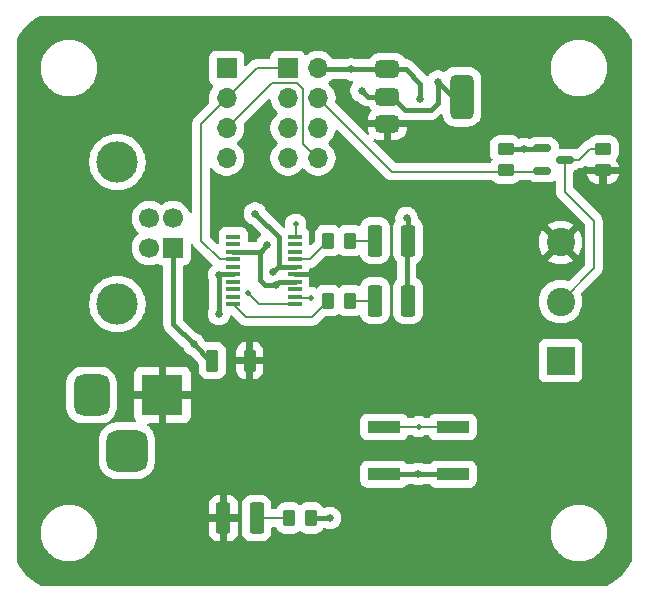
<source format=gbr>
%TF.GenerationSoftware,KiCad,Pcbnew,9.0.0+1*%
%TF.CreationDate,2025-03-04T14:17:01+00:00*%
%TF.ProjectId,ESP01LEDDriver,45535030-314c-4454-9444-72697665722e,rev?*%
%TF.SameCoordinates,Original*%
%TF.FileFunction,Copper,L1,Top*%
%TF.FilePolarity,Positive*%
%FSLAX46Y46*%
G04 Gerber Fmt 4.6, Leading zero omitted, Abs format (unit mm)*
G04 Created by KiCad (PCBNEW 9.0.0+1) date 2025-03-04 14:17:01*
%MOMM*%
%LPD*%
G01*
G04 APERTURE LIST*
G04 Aperture macros list*
%AMRoundRect*
0 Rectangle with rounded corners*
0 $1 Rounding radius*
0 $2 $3 $4 $5 $6 $7 $8 $9 X,Y pos of 4 corners*
0 Add a 4 corners polygon primitive as box body*
4,1,4,$2,$3,$4,$5,$6,$7,$8,$9,$2,$3,0*
0 Add four circle primitives for the rounded corners*
1,1,$1+$1,$2,$3*
1,1,$1+$1,$4,$5*
1,1,$1+$1,$6,$7*
1,1,$1+$1,$8,$9*
0 Add four rect primitives between the rounded corners*
20,1,$1+$1,$2,$3,$4,$5,0*
20,1,$1+$1,$4,$5,$6,$7,0*
20,1,$1+$1,$6,$7,$8,$9,0*
20,1,$1+$1,$8,$9,$2,$3,0*%
G04 Aperture macros list end*
%TA.AperFunction,SMDPad,CuDef*%
%ADD10RoundRect,0.250000X-0.262500X-0.450000X0.262500X-0.450000X0.262500X0.450000X-0.262500X0.450000X0*%
%TD*%
%TA.AperFunction,ComponentPad*%
%ADD11R,1.700000X1.700000*%
%TD*%
%TA.AperFunction,ComponentPad*%
%ADD12O,1.700000X1.700000*%
%TD*%
%TA.AperFunction,SMDPad,CuDef*%
%ADD13RoundRect,0.250000X-0.375000X-1.075000X0.375000X-1.075000X0.375000X1.075000X-0.375000X1.075000X0*%
%TD*%
%TA.AperFunction,SMDPad,CuDef*%
%ADD14RoundRect,0.150000X-0.587500X-0.150000X0.587500X-0.150000X0.587500X0.150000X-0.587500X0.150000X0*%
%TD*%
%TA.AperFunction,SMDPad,CuDef*%
%ADD15RoundRect,0.250000X0.450000X-0.262500X0.450000X0.262500X-0.450000X0.262500X-0.450000X-0.262500X0*%
%TD*%
%TA.AperFunction,ComponentPad*%
%ADD16R,3.500000X3.500000*%
%TD*%
%TA.AperFunction,ComponentPad*%
%ADD17RoundRect,0.750000X-0.750000X-1.000000X0.750000X-1.000000X0.750000X1.000000X-0.750000X1.000000X0*%
%TD*%
%TA.AperFunction,ComponentPad*%
%ADD18RoundRect,0.875000X-0.875000X-0.875000X0.875000X-0.875000X0.875000X0.875000X-0.875000X0.875000X0*%
%TD*%
%TA.AperFunction,SMDPad,CuDef*%
%ADD19RoundRect,0.250000X0.275000X0.700000X-0.275000X0.700000X-0.275000X-0.700000X0.275000X-0.700000X0*%
%TD*%
%TA.AperFunction,SMDPad,CuDef*%
%ADD20R,2.800000X1.000000*%
%TD*%
%TA.AperFunction,SMDPad,CuDef*%
%ADD21RoundRect,0.250000X0.375000X1.075000X-0.375000X1.075000X-0.375000X-1.075000X0.375000X-1.075000X0*%
%TD*%
%TA.AperFunction,SMDPad,CuDef*%
%ADD22RoundRect,0.250000X-0.450000X0.262500X-0.450000X-0.262500X0.450000X-0.262500X0.450000X0.262500X0*%
%TD*%
%TA.AperFunction,ComponentPad*%
%ADD23C,1.700000*%
%TD*%
%TA.AperFunction,ComponentPad*%
%ADD24C,3.500000*%
%TD*%
%TA.AperFunction,ComponentPad*%
%ADD25R,2.400000X2.400000*%
%TD*%
%TA.AperFunction,ComponentPad*%
%ADD26C,2.400000*%
%TD*%
%TA.AperFunction,SMDPad,CuDef*%
%ADD27RoundRect,0.375000X-0.625000X-0.375000X0.625000X-0.375000X0.625000X0.375000X-0.625000X0.375000X0*%
%TD*%
%TA.AperFunction,SMDPad,CuDef*%
%ADD28RoundRect,0.500000X-0.500000X-1.400000X0.500000X-1.400000X0.500000X1.400000X-0.500000X1.400000X0*%
%TD*%
%TA.AperFunction,SMDPad,CuDef*%
%ADD29RoundRect,0.250000X0.262500X0.450000X-0.262500X0.450000X-0.262500X-0.450000X0.262500X-0.450000X0*%
%TD*%
%TA.AperFunction,SMDPad,CuDef*%
%ADD30R,1.200000X0.400000*%
%TD*%
%TA.AperFunction,ViaPad*%
%ADD31C,0.635000*%
%TD*%
%TA.AperFunction,ViaPad*%
%ADD32C,0.508000*%
%TD*%
%TA.AperFunction,Conductor*%
%ADD33C,0.406400*%
%TD*%
%TA.AperFunction,Conductor*%
%ADD34C,0.190500*%
%TD*%
G04 APERTURE END LIST*
D10*
%TO.P,R3,1*%
%TO.N,Net-(D1-K)*%
X36422500Y-59690000D03*
%TO.P,R3,2*%
%TO.N,GND*%
X38247500Y-59690000D03*
%TD*%
D11*
%TO.P,J2,1,Pin_1*%
%TO.N,/UART_TX*%
X36317000Y-21590000D03*
D12*
%TO.P,J2,2,Pin_2*%
%TO.N,GND*%
X38857000Y-21590000D03*
%TO.P,J2,3,Pin_3*%
%TO.N,+3V3*%
X36317000Y-24130000D03*
%TO.P,J2,4,Pin_4*%
%TO.N,/GPIO2*%
X38857000Y-24130000D03*
%TO.P,J2,5,Pin_5*%
%TO.N,+3V3*%
X36317000Y-26670000D03*
%TO.P,J2,6,Pin_6*%
%TO.N,/GPIO0*%
X38857000Y-26670000D03*
%TO.P,J2,7,Pin_7*%
%TO.N,+3V3*%
X36317000Y-29210000D03*
%TO.P,J2,8,Pin_8*%
%TO.N,/UART_RX*%
X38857000Y-29210000D03*
%TD*%
D13*
%TO.P,D3,1,K*%
%TO.N,Net-(D3-K)*%
X43685000Y-41275000D03*
%TO.P,D3,2,A*%
%TO.N,+3V3*%
X46485000Y-41275000D03*
%TD*%
%TO.P,D2,1,K*%
%TO.N,Net-(D2-K)*%
X43685000Y-36195000D03*
%TO.P,D2,2,A*%
%TO.N,+3V3*%
X46485000Y-36195000D03*
%TD*%
D14*
%TO.P,Q1,1,G*%
%TO.N,+3V3*%
X57863500Y-28387000D03*
%TO.P,Q1,2,S*%
%TO.N,/GPIO2*%
X57863500Y-30287000D03*
%TO.P,Q1,3,D*%
%TO.N,Net-(J3-Pin_2)*%
X59738500Y-29337000D03*
%TD*%
D15*
%TO.P,R2,1*%
%TO.N,+5V*%
X62992000Y-30249500D03*
%TO.P,R2,2*%
%TO.N,Net-(J3-Pin_2)*%
X62992000Y-28424500D03*
%TD*%
D16*
%TO.P,CON1,1*%
%TO.N,+5V*%
X25685000Y-49276000D03*
D17*
%TO.P,CON1,2*%
%TO.N,GND*%
X19685000Y-49276000D03*
D18*
%TO.P,CON1,3*%
X22685000Y-53976000D03*
%TD*%
D11*
%TO.P,J1,1,Pin_1*%
%TO.N,+3V3*%
X31115000Y-21590000D03*
D12*
%TO.P,J1,2,Pin_2*%
%TO.N,/UART_TX*%
X31115000Y-24130000D03*
%TO.P,J1,3,Pin_3*%
%TO.N,/UART_RX*%
X31115000Y-26670000D03*
%TO.P,J1,4,Pin_4*%
%TO.N,GND*%
X31115000Y-29210000D03*
%TD*%
D19*
%TO.P,FB1,1*%
%TO.N,+5V*%
X33071000Y-46355000D03*
%TO.P,FB1,2*%
%TO.N,/VBUS*%
X29921000Y-46355000D03*
%TD*%
D20*
%TO.P,SW1,1,1*%
%TO.N,/GPIO0*%
X44471000Y-51975000D03*
X50271000Y-51975000D03*
%TO.P,SW1,2,2*%
%TO.N,GND*%
X44471000Y-55975000D03*
X50271000Y-55975000D03*
%TD*%
D21*
%TO.P,D1,1,K*%
%TO.N,Net-(D1-K)*%
X33655000Y-59690000D03*
%TO.P,D1,2,A*%
%TO.N,+5V*%
X30855000Y-59690000D03*
%TD*%
D22*
%TO.P,R1,1*%
%TO.N,+3V3*%
X54737000Y-28424500D03*
%TO.P,R1,2*%
%TO.N,/GPIO2*%
X54737000Y-30249500D03*
%TD*%
D11*
%TO.P,J5,1,VBUS*%
%TO.N,/VBUS*%
X26582500Y-36810000D03*
D23*
%TO.P,J5,2,D-*%
%TO.N,Net-(J5-D-)*%
X26582500Y-34310000D03*
%TO.P,J5,3,D+*%
%TO.N,Net-(J5-D+)*%
X24582500Y-34310000D03*
%TO.P,J5,4,GND*%
%TO.N,GND*%
X24582500Y-36810000D03*
D24*
%TO.P,J5,5,Shield*%
X21872500Y-41580000D03*
X21872500Y-29540000D03*
%TD*%
D25*
%TO.P,J3,1,Pin_1*%
%TO.N,GND*%
X59390000Y-46355000D03*
D26*
%TO.P,J3,2,Pin_2*%
%TO.N,Net-(J3-Pin_2)*%
X59390000Y-41355000D03*
%TO.P,J3,3,Pin_3*%
%TO.N,+5V*%
X59390000Y-36355000D03*
%TD*%
D27*
%TO.P,U1,1,GND*%
%TO.N,GND*%
X44736500Y-21703000D03*
%TO.P,U1,2,VO*%
%TO.N,+3V3*%
X44736500Y-24003000D03*
D28*
X51036500Y-24003000D03*
D27*
%TO.P,U1,3,VI*%
%TO.N,+5V*%
X44736500Y-26303000D03*
%TD*%
D29*
%TO.P,R7,1*%
%TO.N,Net-(D2-K)*%
X41552500Y-36195000D03*
%TO.P,R7,2*%
%TO.N,/TXLED*%
X39727500Y-36195000D03*
%TD*%
%TO.P,R8,1*%
%TO.N,Net-(D3-K)*%
X41552500Y-41275000D03*
%TO.P,R8,2*%
%TO.N,/RXLED*%
X39727500Y-41275000D03*
%TD*%
D30*
%TO.P,U2,1,~{DTR}*%
%TO.N,unconnected-(U2-~{DTR}-Pad1)*%
X31690000Y-35877500D03*
%TO.P,U2,2,~{RTS}*%
%TO.N,unconnected-(U2-~{RTS}-Pad2)*%
X31690000Y-36512500D03*
%TO.P,U2,3,VCCIO*%
%TO.N,+3V3*%
X31690000Y-37147500D03*
%TO.P,U2,4,RXD*%
%TO.N,/UART_TX*%
X31690000Y-37782500D03*
%TO.P,U2,5,~{RI}*%
%TO.N,unconnected-(U2-~{RI}-Pad5)*%
X31690000Y-38417500D03*
%TO.P,U2,6,GND*%
%TO.N,GND*%
X31690000Y-39052500D03*
%TO.P,U2,7,~{DSR}*%
%TO.N,unconnected-(U2-~{DSR}-Pad7)*%
X31690000Y-39687500D03*
%TO.P,U2,8,~{DCD}*%
%TO.N,unconnected-(U2-~{DCD}-Pad8)*%
X31690000Y-40322500D03*
%TO.P,U2,9,~{CTS}*%
%TO.N,unconnected-(U2-~{CTS}-Pad9)*%
X31690000Y-40957500D03*
%TO.P,U2,10,CBUS2*%
%TO.N,/RXLED*%
X31690000Y-41592500D03*
%TO.P,U2,11,USBDP*%
%TO.N,Net-(U2-USBDP)*%
X36890000Y-41592500D03*
%TO.P,U2,12,USBDM*%
%TO.N,Net-(U2-USBDM)*%
X36890000Y-40957500D03*
%TO.P,U2,13,3V3OUT*%
%TO.N,unconnected-(U2-3V3OUT-Pad13)*%
X36890000Y-40322500D03*
%TO.P,U2,14,~{RESET}*%
%TO.N,+3V3*%
X36890000Y-39687500D03*
%TO.P,U2,15,VCC*%
%TO.N,+5V*%
X36890000Y-39052500D03*
%TO.P,U2,16,GND*%
%TO.N,GND*%
X36890000Y-38417500D03*
%TO.P,U2,17,CBUS1*%
%TO.N,/TXLED*%
X36890000Y-37782500D03*
%TO.P,U2,18,CBUS0*%
%TO.N,unconnected-(U2-CBUS0-Pad18)*%
X36890000Y-37147500D03*
%TO.P,U2,19,CBUS3*%
%TO.N,unconnected-(U2-CBUS3-Pad19)*%
X36890000Y-36512500D03*
%TO.P,U2,20,TXD*%
%TO.N,/UART_RX*%
X36890000Y-35877500D03*
%TD*%
D31*
%TO.N,+5V*%
X45085000Y-38735000D03*
X50673000Y-20955000D03*
X47625000Y-38735000D03*
X47879000Y-18415000D03*
%TO.N,+3V3*%
X35306000Y-39941500D03*
X56261000Y-28448000D03*
X34544000Y-36576000D03*
X49022000Y-22733000D03*
X42545000Y-23495000D03*
X46355000Y-34290000D03*
%TO.N,GND*%
X39875000Y-59690000D03*
X47350000Y-55975000D03*
X33528000Y-33909000D03*
X30480000Y-39116000D03*
X30480000Y-42418000D03*
X35069937Y-38844063D03*
X41656000Y-21703000D03*
X47498000Y-24180800D03*
D32*
%TO.N,/UART_RX*%
X36957000Y-34798000D03*
D31*
%TO.N,/VBUS*%
X28321000Y-44958000D03*
D32*
%TO.N,/GPIO0*%
X47371000Y-51943000D03*
%TO.N,Net-(U2-USBDM)*%
X38227000Y-41021000D03*
%TO.N,Net-(U2-USBDP)*%
X32893000Y-40640000D03*
%TD*%
D33*
%TO.N,+5V*%
X36890000Y-39052500D02*
X37909500Y-39052500D01*
%TO.N,+3V3*%
X45085000Y-24003000D02*
X44736500Y-24003000D01*
X49022000Y-24511000D02*
X48387000Y-25146000D01*
X54760500Y-28448000D02*
X56261000Y-28448000D01*
X57863500Y-28387000D02*
X57802500Y-28448000D01*
X46228000Y-25146000D02*
X45085000Y-24003000D01*
X46355000Y-41145000D02*
X46355000Y-36325000D01*
X57802500Y-28448000D02*
X56261000Y-28448000D01*
X34290000Y-36830000D02*
X33909000Y-37211000D01*
X48387000Y-25146000D02*
X46228000Y-25146000D01*
X34544000Y-36576000D02*
X34290000Y-36830000D01*
X35560000Y-39687500D02*
X36890000Y-39687500D01*
X46355000Y-34290000D02*
X46485000Y-34420000D01*
X54737000Y-28424500D02*
X54760500Y-28448000D01*
X36258500Y-26670000D02*
X36258500Y-26733500D01*
X49022000Y-22733000D02*
X49022000Y-24511000D01*
X46485000Y-34420000D02*
X46485000Y-36195000D01*
X46355000Y-36325000D02*
X46485000Y-36195000D01*
X34353500Y-39941500D02*
X33909000Y-39497000D01*
X51036500Y-24003000D02*
X50292000Y-24003000D01*
X31690000Y-37147500D02*
X33972500Y-37147500D01*
X33909000Y-39497000D02*
X33909000Y-37211000D01*
X35306000Y-39941500D02*
X34353500Y-39941500D01*
X44736500Y-24003000D02*
X43053000Y-24003000D01*
X35306000Y-39941500D02*
X35560000Y-39687500D01*
X50292000Y-24003000D02*
X49022000Y-22733000D01*
X33972500Y-37147500D02*
X34290000Y-36830000D01*
X46485000Y-41275000D02*
X46355000Y-41145000D01*
X43053000Y-24003000D02*
X42545000Y-23495000D01*
%TO.N,GND*%
X35550427Y-38363573D02*
X35550427Y-35931427D01*
X47498000Y-24180800D02*
X47498000Y-22899500D01*
X38247500Y-59690000D02*
X39875000Y-59690000D01*
X38911500Y-21703000D02*
X38798500Y-21590000D01*
X46301500Y-21703000D02*
X44736500Y-21703000D01*
X35550427Y-35931427D02*
X33528000Y-33909000D01*
X44471000Y-55975000D02*
X47350000Y-55975000D01*
X30480000Y-39116000D02*
X30543500Y-39052500D01*
X35069937Y-38844063D02*
X35496500Y-38417500D01*
X47498000Y-22899500D02*
X46301500Y-21703000D01*
X50271000Y-55975000D02*
X47350000Y-55975000D01*
X30543500Y-39052500D02*
X31690000Y-39052500D01*
X44736500Y-21703000D02*
X38911500Y-21703000D01*
X35496500Y-38417500D02*
X36890000Y-38417500D01*
X35069937Y-38844063D02*
X35550427Y-38363573D01*
X30480000Y-42418000D02*
X30480000Y-39116000D01*
D34*
%TO.N,Net-(D1-K)*%
X36422500Y-59690000D02*
X33525000Y-59690000D01*
%TO.N,/UART_TX*%
X30543500Y-37782500D02*
X31690000Y-37782500D01*
X33655000Y-21590000D02*
X36317000Y-21590000D01*
X28956000Y-36195000D02*
X30543500Y-37782500D01*
X28956000Y-26289000D02*
X28956000Y-36195000D01*
X31115000Y-24130000D02*
X33655000Y-21590000D01*
X31115000Y-24130000D02*
X28956000Y-26289000D01*
%TO.N,/UART_RX*%
X37592000Y-28003500D02*
X38798500Y-29210000D01*
X31115000Y-26670000D02*
X34925000Y-22860000D01*
X37592000Y-23368000D02*
X37592000Y-28003500D01*
X36890000Y-35877500D02*
X36957000Y-35810500D01*
X36957000Y-35810500D02*
X36957000Y-34798000D01*
X37084000Y-22860000D02*
X37592000Y-23368000D01*
X34925000Y-22860000D02*
X37084000Y-22860000D01*
%TO.N,/GPIO2*%
X54840500Y-30353000D02*
X58039000Y-30353000D01*
X38925500Y-24257000D02*
X38989000Y-24257000D01*
X38989000Y-24257000D02*
X45085000Y-30353000D01*
X54633500Y-30353000D02*
X54737000Y-30249500D01*
X45085000Y-30353000D02*
X54633500Y-30353000D01*
X54737000Y-30249500D02*
X54840500Y-30353000D01*
%TO.N,Net-(J3-Pin_2)*%
X62230000Y-38515000D02*
X59390000Y-41355000D01*
X62230000Y-34544000D02*
X62230000Y-38515000D01*
X59738500Y-32052500D02*
X62230000Y-34544000D01*
X59738500Y-29337000D02*
X60960000Y-29337000D01*
X59920500Y-29440500D02*
X59817000Y-29337000D01*
X61872500Y-28424500D02*
X62992000Y-28424500D01*
X60960000Y-29337000D02*
X61872500Y-28424500D01*
X59738500Y-29337000D02*
X59738500Y-32052500D01*
D33*
%TO.N,/VBUS*%
X29718000Y-46355000D02*
X29921000Y-46355000D01*
X28321000Y-44958000D02*
X26582500Y-43219500D01*
X29896000Y-46330000D02*
X29921000Y-46355000D01*
X26582500Y-43219500D02*
X26582500Y-36810000D01*
X28321000Y-44958000D02*
X29718000Y-46355000D01*
D34*
%TO.N,/GPIO0*%
X44503000Y-51943000D02*
X50303000Y-51943000D01*
X50165000Y-51985000D02*
X50261000Y-51985000D01*
X50261000Y-51985000D02*
X50271000Y-51975000D01*
X50303000Y-51943000D02*
X50525000Y-52165000D01*
X38798500Y-26670000D02*
X38798500Y-27368500D01*
X44471000Y-51975000D02*
X44503000Y-51943000D01*
%TO.N,Net-(D2-K)*%
X43685000Y-36195000D02*
X41552500Y-36195000D01*
%TO.N,Net-(D3-K)*%
X41552500Y-41275000D02*
X43685000Y-41275000D01*
%TO.N,Net-(U2-USBDM)*%
X36953500Y-41021000D02*
X36890000Y-40957500D01*
X38227000Y-41021000D02*
X36953500Y-41021000D01*
%TO.N,Net-(U2-USBDP)*%
X33845500Y-41592500D02*
X36890000Y-41592500D01*
X32893000Y-40640000D02*
X33845500Y-41592500D01*
%TO.N,/TXLED*%
X39727500Y-36195000D02*
X38140000Y-37782500D01*
X38140000Y-37782500D02*
X36890000Y-37782500D01*
%TO.N,/RXLED*%
X39727500Y-41275000D02*
X38330500Y-42672000D01*
X32769500Y-42672000D02*
X31690000Y-41592500D01*
X38330500Y-42672000D02*
X32769500Y-42672000D01*
%TD*%
%TA.AperFunction,Conductor*%
%TO.N,+5V*%
G36*
X63444779Y-17162759D02*
G01*
X63733747Y-17334946D01*
X63742458Y-17340637D01*
X63898020Y-17451706D01*
X64075655Y-17578535D01*
X64083872Y-17584931D01*
X64396279Y-17849525D01*
X64403941Y-17856579D01*
X64693420Y-18146058D01*
X64700474Y-18153720D01*
X64965068Y-18466127D01*
X64971464Y-18474344D01*
X65209357Y-18807533D01*
X65215052Y-18816249D01*
X65387241Y-19105220D01*
X65405000Y-19169716D01*
X65405000Y-63380282D01*
X65387241Y-63444780D01*
X65215053Y-63733748D01*
X65209357Y-63742466D01*
X64971464Y-64075655D01*
X64965068Y-64083872D01*
X64700474Y-64396279D01*
X64693420Y-64403941D01*
X64403941Y-64693420D01*
X64396279Y-64700474D01*
X64083872Y-64965068D01*
X64075655Y-64971464D01*
X63742466Y-65209357D01*
X63733748Y-65215053D01*
X63444780Y-65387241D01*
X63380282Y-65405000D01*
X15359718Y-65405000D01*
X15295221Y-65387241D01*
X15006252Y-65215053D01*
X14997533Y-65209357D01*
X14664344Y-64971464D01*
X14656127Y-64965068D01*
X14343720Y-64700474D01*
X14336058Y-64693420D01*
X14046579Y-64403941D01*
X14039525Y-64396279D01*
X13774931Y-64083872D01*
X13768535Y-64075655D01*
X13530637Y-63742458D01*
X13524946Y-63733747D01*
X13352759Y-63444779D01*
X13335000Y-63380282D01*
X13335000Y-60825189D01*
X15379500Y-60825189D01*
X15379500Y-61094810D01*
X15409688Y-61362735D01*
X15469685Y-61625597D01*
X15558726Y-61880061D01*
X15558737Y-61880088D01*
X15675717Y-62123000D01*
X15819159Y-62351286D01*
X15987268Y-62562088D01*
X16177911Y-62752731D01*
X16388713Y-62920840D01*
X16616999Y-63064282D01*
X16617002Y-63064283D01*
X16617003Y-63064284D01*
X16859921Y-63181267D01*
X16859937Y-63181272D01*
X16859938Y-63181273D01*
X17114402Y-63270314D01*
X17114405Y-63270314D01*
X17114409Y-63270316D01*
X17377268Y-63330312D01*
X17567248Y-63351717D01*
X17645189Y-63360500D01*
X17645191Y-63360500D01*
X17914811Y-63360500D01*
X17982853Y-63352833D01*
X18182732Y-63330312D01*
X18445591Y-63270316D01*
X18700079Y-63181267D01*
X18942997Y-63064284D01*
X19171289Y-62920838D01*
X19382085Y-62752734D01*
X19572734Y-62562085D01*
X19740838Y-62351289D01*
X19884284Y-62122997D01*
X20001267Y-61880079D01*
X20083730Y-61644414D01*
X20090314Y-61625597D01*
X20090314Y-61625596D01*
X20090316Y-61625591D01*
X20150312Y-61362732D01*
X20180500Y-61094809D01*
X20180500Y-60826938D01*
X29595000Y-60826938D01*
X29601082Y-60904210D01*
X29649230Y-61083902D01*
X29733687Y-61249658D01*
X29733688Y-61249661D01*
X29850763Y-61394236D01*
X29995338Y-61511311D01*
X29995341Y-61511312D01*
X30161097Y-61595769D01*
X30340789Y-61643917D01*
X30418061Y-61650000D01*
X30537500Y-61650000D01*
X31172500Y-61650000D01*
X31291939Y-61650000D01*
X31369210Y-61643917D01*
X31548902Y-61595769D01*
X31714658Y-61511312D01*
X31714661Y-61511311D01*
X31859236Y-61394236D01*
X31976311Y-61249661D01*
X31976312Y-61249658D01*
X32060769Y-61083902D01*
X32108917Y-60904210D01*
X32115000Y-60826938D01*
X32115000Y-60007500D01*
X31172500Y-60007500D01*
X31172500Y-61650000D01*
X30537500Y-61650000D01*
X30537500Y-60007500D01*
X29595000Y-60007500D01*
X29595000Y-60826938D01*
X20180500Y-60826938D01*
X20180500Y-60825191D01*
X20179608Y-60817278D01*
X20171396Y-60744390D01*
X20150312Y-60557268D01*
X20090316Y-60294409D01*
X20001267Y-60039921D01*
X19884284Y-59797003D01*
X19884283Y-59797002D01*
X19884282Y-59796999D01*
X19740840Y-59568713D01*
X19572731Y-59357911D01*
X19382088Y-59167268D01*
X19171286Y-58999159D01*
X18943000Y-58855717D01*
X18700088Y-58738737D01*
X18700083Y-58738735D01*
X18700079Y-58738733D01*
X18700073Y-58738730D01*
X18700061Y-58738726D01*
X18502260Y-58669513D01*
X18445597Y-58649685D01*
X18182735Y-58589688D01*
X17914811Y-58559500D01*
X17914809Y-58559500D01*
X17645191Y-58559500D01*
X17645189Y-58559500D01*
X17377264Y-58589688D01*
X17114402Y-58649685D01*
X16859938Y-58738726D01*
X16859911Y-58738737D01*
X16616999Y-58855717D01*
X16388713Y-58999159D01*
X16177911Y-59167268D01*
X15987268Y-59357911D01*
X15819159Y-59568713D01*
X15675717Y-59796999D01*
X15558737Y-60039911D01*
X15558726Y-60039938D01*
X15469685Y-60294402D01*
X15409688Y-60557264D01*
X15379500Y-60825189D01*
X13335000Y-60825189D01*
X13335000Y-58553061D01*
X29595000Y-58553061D01*
X29595000Y-59372500D01*
X30537500Y-59372500D01*
X31172500Y-59372500D01*
X32115000Y-59372500D01*
X32115000Y-58553070D01*
X32114999Y-58553052D01*
X32114996Y-58553019D01*
X32394500Y-58553019D01*
X32394500Y-58553022D01*
X32394500Y-60826979D01*
X32400583Y-60904283D01*
X32448712Y-61083902D01*
X32448761Y-61084083D01*
X32533126Y-61249661D01*
X32533267Y-61249936D01*
X32533267Y-61249937D01*
X32650407Y-61394592D01*
X32795062Y-61511732D01*
X32795063Y-61511732D01*
X32795065Y-61511734D01*
X32960917Y-61596239D01*
X33140714Y-61644416D01*
X33218019Y-61650500D01*
X34091980Y-61650499D01*
X34169286Y-61644416D01*
X34349083Y-61596239D01*
X34514935Y-61511734D01*
X34659592Y-61394592D01*
X34776734Y-61249935D01*
X34861239Y-61084083D01*
X34909416Y-60904286D01*
X34915500Y-60826981D01*
X34915500Y-60546750D01*
X34918091Y-60537924D01*
X34916782Y-60528818D01*
X34927937Y-60504392D01*
X34935502Y-60478629D01*
X34942455Y-60472604D01*
X34946276Y-60464238D01*
X34968861Y-60449723D01*
X34989158Y-60432136D01*
X34999844Y-60429811D01*
X35006002Y-60425854D01*
X35041500Y-60420750D01*
X35232016Y-60420750D01*
X35300137Y-60440752D01*
X35344283Y-60489547D01*
X35403810Y-60606377D01*
X35413267Y-60624936D01*
X35413267Y-60624937D01*
X35530407Y-60769592D01*
X35675062Y-60886732D01*
X35675063Y-60886732D01*
X35675065Y-60886734D01*
X35840917Y-60971239D01*
X36020714Y-61019416D01*
X36098019Y-61025500D01*
X36746980Y-61025499D01*
X36824286Y-61019416D01*
X37004083Y-60971239D01*
X37169935Y-60886734D01*
X37255705Y-60817277D01*
X37321232Y-60789952D01*
X37391131Y-60802391D01*
X37414293Y-60817277D01*
X37426276Y-60826980D01*
X37500062Y-60886732D01*
X37500063Y-60886732D01*
X37500065Y-60886734D01*
X37665917Y-60971239D01*
X37845714Y-61019416D01*
X37923019Y-61025500D01*
X38571980Y-61025499D01*
X38649286Y-61019416D01*
X38829083Y-60971239D01*
X38994935Y-60886734D01*
X39070936Y-60825189D01*
X58559500Y-60825189D01*
X58559500Y-61094810D01*
X58589688Y-61362735D01*
X58649685Y-61625597D01*
X58738726Y-61880061D01*
X58738737Y-61880088D01*
X58855717Y-62123000D01*
X58999159Y-62351286D01*
X59167268Y-62562088D01*
X59357911Y-62752731D01*
X59568713Y-62920840D01*
X59796999Y-63064282D01*
X59797002Y-63064283D01*
X59797003Y-63064284D01*
X60039921Y-63181267D01*
X60039937Y-63181272D01*
X60039938Y-63181273D01*
X60294402Y-63270314D01*
X60294405Y-63270314D01*
X60294409Y-63270316D01*
X60557268Y-63330312D01*
X60747248Y-63351717D01*
X60825189Y-63360500D01*
X60825191Y-63360500D01*
X61094811Y-63360500D01*
X61162853Y-63352833D01*
X61362732Y-63330312D01*
X61625591Y-63270316D01*
X61880079Y-63181267D01*
X62122997Y-63064284D01*
X62351289Y-62920838D01*
X62562085Y-62752734D01*
X62752734Y-62562085D01*
X62920838Y-62351289D01*
X63064284Y-62122997D01*
X63181267Y-61880079D01*
X63263730Y-61644414D01*
X63270314Y-61625597D01*
X63270314Y-61625596D01*
X63270316Y-61625591D01*
X63330312Y-61362732D01*
X63360500Y-61094809D01*
X63360500Y-60825191D01*
X63359608Y-60817278D01*
X63351396Y-60744390D01*
X63330312Y-60557268D01*
X63270316Y-60294409D01*
X63181267Y-60039921D01*
X63064284Y-59797003D01*
X63064283Y-59797002D01*
X63064282Y-59796999D01*
X62920840Y-59568713D01*
X62752731Y-59357911D01*
X62562088Y-59167268D01*
X62351286Y-58999159D01*
X62123000Y-58855717D01*
X61880088Y-58738737D01*
X61880083Y-58738735D01*
X61880079Y-58738733D01*
X61880073Y-58738730D01*
X61880061Y-58738726D01*
X61625597Y-58649685D01*
X61362735Y-58589688D01*
X61094811Y-58559500D01*
X61094809Y-58559500D01*
X60825191Y-58559500D01*
X60825189Y-58559500D01*
X60557264Y-58589688D01*
X60294402Y-58649685D01*
X60039938Y-58738726D01*
X60039911Y-58738737D01*
X59796999Y-58855717D01*
X59568713Y-58999159D01*
X59357911Y-59167268D01*
X59167268Y-59357911D01*
X58999159Y-59568713D01*
X58855717Y-59796999D01*
X58738737Y-60039911D01*
X58738726Y-60039938D01*
X58649685Y-60294402D01*
X58589688Y-60557264D01*
X58559500Y-60825189D01*
X39070936Y-60825189D01*
X39139592Y-60769592D01*
X39256734Y-60624935D01*
X39275453Y-60588195D01*
X39281659Y-60579801D01*
X39301966Y-60564407D01*
X39319463Y-60545882D01*
X39330256Y-60542962D01*
X39338238Y-60536912D01*
X39358408Y-60535346D01*
X39382981Y-60528700D01*
X39384428Y-60528700D01*
X39401166Y-60532029D01*
X39409021Y-60531420D01*
X39415421Y-60534864D01*
X39432645Y-60538290D01*
X39597020Y-60606377D01*
X39781138Y-60643000D01*
X39781139Y-60643000D01*
X39968861Y-60643000D01*
X39968862Y-60643000D01*
X40152980Y-60606377D01*
X40326415Y-60534538D01*
X40482502Y-60430243D01*
X40615243Y-60297502D01*
X40719538Y-60141415D01*
X40791377Y-59967980D01*
X40828000Y-59783862D01*
X40828000Y-59596138D01*
X40791377Y-59412020D01*
X40719538Y-59238585D01*
X40615243Y-59082498D01*
X40615238Y-59082492D01*
X40482507Y-58949761D01*
X40482501Y-58949756D01*
X40386473Y-58885592D01*
X40326415Y-58845462D01*
X40152980Y-58773623D01*
X39968864Y-58737000D01*
X39968862Y-58737000D01*
X39781138Y-58737000D01*
X39781135Y-58737000D01*
X39597019Y-58773623D01*
X39597014Y-58773625D01*
X39477538Y-58823113D01*
X39453068Y-58833250D01*
X39432646Y-58841709D01*
X39424335Y-58843361D01*
X39419926Y-58846196D01*
X39384428Y-58851300D01*
X39382981Y-58851300D01*
X39314860Y-58831298D01*
X39270714Y-58782503D01*
X39256734Y-58755065D01*
X39243512Y-58738737D01*
X39139592Y-58610407D01*
X38994937Y-58493267D01*
X38829081Y-58408760D01*
X38649290Y-58360585D01*
X38649289Y-58360584D01*
X38649286Y-58360584D01*
X38571981Y-58354500D01*
X38571977Y-58354500D01*
X37923020Y-58354500D01*
X37845716Y-58360583D01*
X37665918Y-58408760D01*
X37500063Y-58493267D01*
X37500057Y-58493271D01*
X37414294Y-58562721D01*
X37348767Y-58590047D01*
X37278869Y-58577607D01*
X37255706Y-58562721D01*
X37169942Y-58493271D01*
X37169936Y-58493267D01*
X37169935Y-58493266D01*
X37004083Y-58408761D01*
X37004082Y-58408760D01*
X37004081Y-58408760D01*
X36824290Y-58360585D01*
X36824289Y-58360584D01*
X36824286Y-58360584D01*
X36746981Y-58354500D01*
X36746977Y-58354500D01*
X36098020Y-58354500D01*
X36020716Y-58360583D01*
X35840918Y-58408760D01*
X35675063Y-58493267D01*
X35675062Y-58493267D01*
X35530407Y-58610407D01*
X35413267Y-58755062D01*
X35413267Y-58755063D01*
X35344283Y-58890453D01*
X35333663Y-58901697D01*
X35327240Y-58915762D01*
X35309785Y-58926979D01*
X35295535Y-58942068D01*
X35279600Y-58946378D01*
X35267514Y-58954146D01*
X35232016Y-58959250D01*
X35041499Y-58959250D01*
X34973378Y-58939248D01*
X34926885Y-58885592D01*
X34915499Y-58833250D01*
X34915499Y-58553020D01*
X34915499Y-58553019D01*
X34909416Y-58475714D01*
X34861239Y-58295917D01*
X34776734Y-58130065D01*
X34776732Y-58130062D01*
X34659592Y-57985407D01*
X34514937Y-57868267D01*
X34349081Y-57783760D01*
X34169290Y-57735585D01*
X34169289Y-57735584D01*
X34169286Y-57735584D01*
X34091981Y-57729500D01*
X34091977Y-57729500D01*
X33218020Y-57729500D01*
X33140716Y-57735583D01*
X32960918Y-57783760D01*
X32795063Y-57868267D01*
X32795062Y-57868267D01*
X32650407Y-57985407D01*
X32533267Y-58130062D01*
X32533267Y-58130063D01*
X32448760Y-58295918D01*
X32418524Y-58408760D01*
X32400584Y-58475714D01*
X32394500Y-58553019D01*
X32114996Y-58553019D01*
X32108917Y-58475789D01*
X32060769Y-58296097D01*
X31976312Y-58130341D01*
X31976311Y-58130338D01*
X31859236Y-57985763D01*
X31714661Y-57868688D01*
X31714658Y-57868687D01*
X31548902Y-57784230D01*
X31369210Y-57736082D01*
X31291939Y-57730000D01*
X31172500Y-57730000D01*
X31172500Y-59372500D01*
X30537500Y-59372500D01*
X30537500Y-57730000D01*
X30418061Y-57730000D01*
X30340789Y-57736082D01*
X30161097Y-57784230D01*
X29995341Y-57868687D01*
X29995338Y-57868688D01*
X29850763Y-57985763D01*
X29733688Y-58130338D01*
X29733687Y-58130341D01*
X29649230Y-58296097D01*
X29601082Y-58475789D01*
X29595000Y-58553061D01*
X13335000Y-58553061D01*
X13335000Y-53031387D01*
X20299500Y-53031387D01*
X20299500Y-54920612D01*
X20309617Y-55063912D01*
X20309618Y-55063923D01*
X20352486Y-55254255D01*
X20363203Y-55301840D01*
X20407059Y-55410810D01*
X20454256Y-55528081D01*
X20580425Y-55736791D01*
X20738439Y-55922560D01*
X20924208Y-56080574D01*
X20992476Y-56121843D01*
X21132915Y-56206742D01*
X21359160Y-56297797D01*
X21570432Y-56345380D01*
X21597076Y-56351381D01*
X21597081Y-56351382D01*
X21654407Y-56355429D01*
X21740387Y-56361500D01*
X21740396Y-56361500D01*
X23629613Y-56361500D01*
X23710218Y-56355808D01*
X23772919Y-56351382D01*
X24010840Y-56297797D01*
X24237085Y-56206742D01*
X24445793Y-56080573D01*
X24631560Y-55922560D01*
X24789573Y-55736793D01*
X24915742Y-55528085D01*
X24962941Y-55410810D01*
X42435500Y-55410810D01*
X42435500Y-56539179D01*
X42438334Y-56575202D01*
X42438335Y-56575204D01*
X42483131Y-56729393D01*
X42536442Y-56819538D01*
X42564866Y-56867599D01*
X42564869Y-56867603D01*
X42678396Y-56981130D01*
X42678400Y-56981133D01*
X42678402Y-56981135D01*
X42816607Y-57062869D01*
X42970796Y-57107665D01*
X43006819Y-57110500D01*
X45935180Y-57110499D01*
X45971204Y-57107665D01*
X46125393Y-57062869D01*
X46263598Y-56981135D01*
X46377135Y-56867598D01*
X46377137Y-56867594D01*
X46381108Y-56862476D01*
X46438663Y-56820908D01*
X46480669Y-56813700D01*
X46859428Y-56813700D01*
X46907645Y-56823290D01*
X47072020Y-56891377D01*
X47256138Y-56928000D01*
X47256139Y-56928000D01*
X47443861Y-56928000D01*
X47443862Y-56928000D01*
X47627980Y-56891377D01*
X47792354Y-56823290D01*
X47840572Y-56813700D01*
X48261331Y-56813700D01*
X48329452Y-56833702D01*
X48360892Y-56862476D01*
X48364867Y-56867601D01*
X48478396Y-56981130D01*
X48478400Y-56981133D01*
X48478402Y-56981135D01*
X48616607Y-57062869D01*
X48770796Y-57107665D01*
X48806819Y-57110500D01*
X51735180Y-57110499D01*
X51771204Y-57107665D01*
X51925393Y-57062869D01*
X52063598Y-56981135D01*
X52177135Y-56867598D01*
X52258869Y-56729393D01*
X52303665Y-56575204D01*
X52306500Y-56539181D01*
X52306499Y-55410820D01*
X52303665Y-55374796D01*
X52258869Y-55220607D01*
X52177135Y-55082402D01*
X52177131Y-55082398D01*
X52177130Y-55082396D01*
X52063603Y-54968869D01*
X52063599Y-54968866D01*
X52063598Y-54968865D01*
X51925393Y-54887131D01*
X51848298Y-54864733D01*
X51771202Y-54842334D01*
X51735189Y-54839500D01*
X48806820Y-54839500D01*
X48770797Y-54842334D01*
X48616604Y-54887132D01*
X48478400Y-54968866D01*
X48478396Y-54968869D01*
X48364867Y-55082398D01*
X48360892Y-55087524D01*
X48303337Y-55129092D01*
X48261331Y-55136300D01*
X47840572Y-55136300D01*
X47792354Y-55126709D01*
X47627985Y-55058625D01*
X47627980Y-55058623D01*
X47443864Y-55022000D01*
X47443862Y-55022000D01*
X47256138Y-55022000D01*
X47256135Y-55022000D01*
X47072019Y-55058623D01*
X47072014Y-55058625D01*
X46907646Y-55126709D01*
X46859428Y-55136300D01*
X46480669Y-55136300D01*
X46412548Y-55116298D01*
X46381108Y-55087524D01*
X46377132Y-55082398D01*
X46263603Y-54968869D01*
X46263599Y-54968866D01*
X46263598Y-54968865D01*
X46125393Y-54887131D01*
X46048298Y-54864733D01*
X45971202Y-54842334D01*
X45935189Y-54839500D01*
X43006820Y-54839500D01*
X42970797Y-54842334D01*
X42816604Y-54887132D01*
X42678400Y-54968866D01*
X42678396Y-54968869D01*
X42564869Y-55082396D01*
X42564866Y-55082400D01*
X42483132Y-55220604D01*
X42438334Y-55374797D01*
X42435500Y-55410810D01*
X24962941Y-55410810D01*
X25006797Y-55301840D01*
X25060382Y-55063919D01*
X25067093Y-54968865D01*
X25070500Y-54920612D01*
X25070500Y-53031387D01*
X25060382Y-52888087D01*
X25060382Y-52888081D01*
X25006797Y-52650160D01*
X24915742Y-52423915D01*
X24789573Y-52215207D01*
X24631560Y-52029439D01*
X24511464Y-51927287D01*
X24459369Y-51882975D01*
X24420441Y-51823604D01*
X24419791Y-51752610D01*
X24457626Y-51692535D01*
X24521934Y-51662452D01*
X24541007Y-51661000D01*
X25367500Y-51661000D01*
X25367500Y-50665606D01*
X25377993Y-50676099D01*
X25492007Y-50741925D01*
X25619174Y-50776000D01*
X25750826Y-50776000D01*
X25877993Y-50741925D01*
X25992007Y-50676099D01*
X26002500Y-50665606D01*
X26002500Y-51661000D01*
X27499135Y-51661000D01*
X27499136Y-51660999D01*
X27535117Y-51658167D01*
X27535130Y-51658165D01*
X27689197Y-51613404D01*
X27827285Y-51531738D01*
X27827292Y-51531733D01*
X27940733Y-51418292D01*
X27940736Y-51418288D01*
X27945159Y-51410810D01*
X42435500Y-51410810D01*
X42435500Y-52539179D01*
X42438334Y-52575202D01*
X42438335Y-52575204D01*
X42472776Y-52693752D01*
X42483132Y-52729395D01*
X42484238Y-52731265D01*
X42523892Y-52798317D01*
X42564866Y-52867599D01*
X42564869Y-52867603D01*
X42678396Y-52981130D01*
X42678400Y-52981133D01*
X42678402Y-52981135D01*
X42816607Y-53062869D01*
X42970796Y-53107665D01*
X43006819Y-53110500D01*
X45935180Y-53110499D01*
X45971204Y-53107665D01*
X46125393Y-53062869D01*
X46263598Y-52981135D01*
X46377135Y-52867598D01*
X46428931Y-52780014D01*
X46455193Y-52735610D01*
X46507086Y-52687158D01*
X46563646Y-52673750D01*
X46825365Y-52673750D01*
X46893486Y-52693752D01*
X46895367Y-52694985D01*
X46949664Y-52731265D01*
X47111542Y-52798317D01*
X47283392Y-52832500D01*
X47283393Y-52832500D01*
X47458607Y-52832500D01*
X47458608Y-52832500D01*
X47630458Y-52798317D01*
X47792336Y-52731265D01*
X47846633Y-52694985D01*
X47914386Y-52673770D01*
X47916635Y-52673750D01*
X48178354Y-52673750D01*
X48246475Y-52693752D01*
X48286807Y-52735610D01*
X48364866Y-52867599D01*
X48364869Y-52867603D01*
X48478396Y-52981130D01*
X48478400Y-52981133D01*
X48478402Y-52981135D01*
X48616607Y-53062869D01*
X48770796Y-53107665D01*
X48806819Y-53110500D01*
X51735180Y-53110499D01*
X51771204Y-53107665D01*
X51925393Y-53062869D01*
X52063598Y-52981135D01*
X52177135Y-52867598D01*
X52258869Y-52729393D01*
X52303665Y-52575204D01*
X52306500Y-52539181D01*
X52306499Y-51410820D01*
X52303665Y-51374796D01*
X52258869Y-51220607D01*
X52177135Y-51082402D01*
X52177132Y-51082399D01*
X52177130Y-51082396D01*
X52063603Y-50968869D01*
X52063599Y-50968866D01*
X52063598Y-50968865D01*
X51925393Y-50887131D01*
X51848298Y-50864733D01*
X51771202Y-50842334D01*
X51735189Y-50839500D01*
X48806820Y-50839500D01*
X48770797Y-50842334D01*
X48616604Y-50887132D01*
X48478400Y-50968866D01*
X48478396Y-50968869D01*
X48364866Y-51082399D01*
X48324658Y-51150389D01*
X48272765Y-51198842D01*
X48216204Y-51212250D01*
X47916635Y-51212250D01*
X47848514Y-51192248D01*
X47846633Y-51191015D01*
X47792336Y-51154735D01*
X47630463Y-51087685D01*
X47630458Y-51087683D01*
X47458610Y-51053500D01*
X47458608Y-51053500D01*
X47283392Y-51053500D01*
X47283389Y-51053500D01*
X47111541Y-51087683D01*
X47111536Y-51087685D01*
X46949663Y-51154735D01*
X46895367Y-51191015D01*
X46827614Y-51212230D01*
X46825365Y-51212250D01*
X46525796Y-51212250D01*
X46457675Y-51192248D01*
X46417342Y-51150389D01*
X46402995Y-51126130D01*
X46377135Y-51082402D01*
X46377134Y-51082401D01*
X46377133Y-51082399D01*
X46263603Y-50968869D01*
X46263599Y-50968866D01*
X46263598Y-50968865D01*
X46125393Y-50887131D01*
X46048298Y-50864733D01*
X45971202Y-50842334D01*
X45935189Y-50839500D01*
X43006820Y-50839500D01*
X42970797Y-50842334D01*
X42816604Y-50887132D01*
X42678400Y-50968866D01*
X42678396Y-50968869D01*
X42564869Y-51082396D01*
X42564866Y-51082400D01*
X42483132Y-51220604D01*
X42438334Y-51374797D01*
X42435500Y-51410810D01*
X27945159Y-51410810D01*
X27984550Y-51344205D01*
X28022405Y-51280194D01*
X28067165Y-51126130D01*
X28067167Y-51126117D01*
X28069999Y-51090136D01*
X28070000Y-51090135D01*
X28070000Y-49593500D01*
X26185000Y-49593500D01*
X26185000Y-48958500D01*
X28070000Y-48958500D01*
X28070000Y-47461864D01*
X28069999Y-47461863D01*
X28067167Y-47425882D01*
X28067165Y-47425869D01*
X28022404Y-47271802D01*
X27940738Y-47133714D01*
X27940733Y-47133707D01*
X27827292Y-47020266D01*
X27827285Y-47020261D01*
X27689197Y-46938595D01*
X27535130Y-46893834D01*
X27535117Y-46893832D01*
X27499136Y-46891000D01*
X26002500Y-46891000D01*
X26002500Y-47886394D01*
X25992007Y-47875901D01*
X25877993Y-47810075D01*
X25750826Y-47776000D01*
X25619174Y-47776000D01*
X25492007Y-47810075D01*
X25377993Y-47875901D01*
X25367500Y-47886394D01*
X25367500Y-46891000D01*
X23870864Y-46891000D01*
X23834882Y-46893832D01*
X23834869Y-46893834D01*
X23680802Y-46938595D01*
X23542714Y-47020261D01*
X23542707Y-47020266D01*
X23429266Y-47133707D01*
X23429261Y-47133714D01*
X23347595Y-47271802D01*
X23302834Y-47425869D01*
X23302832Y-47425882D01*
X23300000Y-47461863D01*
X23300000Y-48958500D01*
X25185000Y-48958500D01*
X25185000Y-49593500D01*
X23300000Y-49593500D01*
X23300000Y-51090136D01*
X23302832Y-51126117D01*
X23302834Y-51126130D01*
X23347595Y-51280195D01*
X23418661Y-51400360D01*
X23436121Y-51469177D01*
X23413605Y-51536508D01*
X23358260Y-51580977D01*
X23310208Y-51590500D01*
X21740387Y-51590500D01*
X21597087Y-51600617D01*
X21597076Y-51600618D01*
X21359158Y-51654203D01*
X21235801Y-51703848D01*
X21235773Y-51703861D01*
X21132915Y-51745258D01*
X21060461Y-51789058D01*
X21060449Y-51789064D01*
X20924210Y-51871424D01*
X20738439Y-52029439D01*
X20580425Y-52215208D01*
X20454256Y-52423918D01*
X20363203Y-52650160D01*
X20309618Y-52888076D01*
X20309617Y-52888087D01*
X20299500Y-53031387D01*
X13335000Y-53031387D01*
X13335000Y-48181694D01*
X17549500Y-48181694D01*
X17549500Y-50370306D01*
X17552315Y-50423305D01*
X17597099Y-50654861D01*
X17597100Y-50654864D01*
X17667848Y-50842335D01*
X17680371Y-50875517D01*
X17735152Y-50968869D01*
X17799737Y-51078927D01*
X17951761Y-51259238D01*
X18052538Y-51344205D01*
X18132073Y-51411263D01*
X18335483Y-51530629D01*
X18556139Y-51613901D01*
X18787695Y-51658685D01*
X18840694Y-51661500D01*
X18840705Y-51661500D01*
X20529295Y-51661500D01*
X20529306Y-51661500D01*
X20582305Y-51658685D01*
X20813861Y-51613901D01*
X21034517Y-51530629D01*
X21237927Y-51411263D01*
X21418238Y-51259238D01*
X21570263Y-51078927D01*
X21689629Y-50875517D01*
X21772901Y-50654861D01*
X21817685Y-50423305D01*
X21820500Y-50370306D01*
X21820500Y-48181694D01*
X21817685Y-48128695D01*
X21772901Y-47897139D01*
X21689629Y-47676483D01*
X21570263Y-47473073D01*
X21570262Y-47473072D01*
X21418238Y-47292761D01*
X21237927Y-47140737D01*
X21034515Y-47021370D01*
X20813864Y-46938100D01*
X20813863Y-46938099D01*
X20813861Y-46938099D01*
X20582305Y-46893315D01*
X20529306Y-46890500D01*
X18840694Y-46890500D01*
X18787695Y-46893315D01*
X18556139Y-46938099D01*
X18556137Y-46938099D01*
X18556135Y-46938100D01*
X18335484Y-47021370D01*
X18132072Y-47140737D01*
X17951761Y-47292761D01*
X17799737Y-47473072D01*
X17680370Y-47676484D01*
X17597100Y-47897135D01*
X17597099Y-47897137D01*
X17597099Y-47897139D01*
X17552315Y-48128695D01*
X17549500Y-48181694D01*
X13335000Y-48181694D01*
X13335000Y-41446031D01*
X19487000Y-41446031D01*
X19487000Y-41713968D01*
X19516999Y-41980219D01*
X19576621Y-42241438D01*
X19665106Y-42494312D01*
X19665117Y-42494339D01*
X19781366Y-42735733D01*
X19923914Y-42962596D01*
X20090970Y-43172078D01*
X20280421Y-43361529D01*
X20280425Y-43361532D01*
X20489904Y-43528586D01*
X20585173Y-43588447D01*
X20716766Y-43671133D01*
X20716769Y-43671134D01*
X20716770Y-43671135D01*
X20958170Y-43787387D01*
X20958186Y-43787392D01*
X20958187Y-43787393D01*
X21211061Y-43875878D01*
X21211064Y-43875878D01*
X21211068Y-43875880D01*
X21472284Y-43935501D01*
X21661079Y-43956773D01*
X21738531Y-43965500D01*
X21738533Y-43965500D01*
X22006469Y-43965500D01*
X22074085Y-43957881D01*
X22272716Y-43935501D01*
X22533932Y-43875880D01*
X22786830Y-43787387D01*
X23028230Y-43671135D01*
X23255096Y-43528586D01*
X23464575Y-43361532D01*
X23654032Y-43172075D01*
X23821086Y-42962596D01*
X23963635Y-42735730D01*
X24079887Y-42494330D01*
X24168380Y-42241432D01*
X24228001Y-41980216D01*
X24258000Y-41713967D01*
X24258000Y-41446033D01*
X24228001Y-41179784D01*
X24168380Y-40918568D01*
X24148498Y-40861750D01*
X24079893Y-40665687D01*
X24079892Y-40665686D01*
X24079887Y-40665670D01*
X23963635Y-40424270D01*
X23963634Y-40424269D01*
X23963633Y-40424266D01*
X23843286Y-40232735D01*
X23821086Y-40197404D01*
X23726077Y-40078266D01*
X23654029Y-39987921D01*
X23464578Y-39798470D01*
X23255096Y-39631414D01*
X23028233Y-39488866D01*
X22786839Y-39372617D01*
X22786834Y-39372615D01*
X22786830Y-39372613D01*
X22786824Y-39372610D01*
X22786812Y-39372606D01*
X22533938Y-39284121D01*
X22272719Y-39224499D01*
X22006469Y-39194500D01*
X22006467Y-39194500D01*
X21738533Y-39194500D01*
X21738531Y-39194500D01*
X21472280Y-39224499D01*
X21211061Y-39284121D01*
X20958187Y-39372606D01*
X20958160Y-39372617D01*
X20716766Y-39488866D01*
X20489903Y-39631414D01*
X20280421Y-39798470D01*
X20090970Y-39987921D01*
X19923914Y-40197403D01*
X19781366Y-40424266D01*
X19665117Y-40665660D01*
X19665106Y-40665687D01*
X19576621Y-40918561D01*
X19516999Y-41179780D01*
X19487000Y-41446031D01*
X13335000Y-41446031D01*
X13335000Y-34193089D01*
X23097000Y-34193089D01*
X23097000Y-34426911D01*
X23133578Y-34657855D01*
X23133579Y-34657858D01*
X23205832Y-34880230D01*
X23205834Y-34880234D01*
X23308968Y-35082646D01*
X23311989Y-35088574D01*
X23331484Y-35115407D01*
X23449424Y-35277738D01*
X23449426Y-35277740D01*
X23449428Y-35277743D01*
X23614761Y-35443076D01*
X23635392Y-35458065D01*
X23678745Y-35514287D01*
X23684820Y-35585024D01*
X23651688Y-35647815D01*
X23635392Y-35661935D01*
X23614761Y-35676923D01*
X23449428Y-35842256D01*
X23449426Y-35842259D01*
X23311989Y-36031425D01*
X23205833Y-36239767D01*
X23133579Y-36462141D01*
X23133578Y-36462145D01*
X23097000Y-36693089D01*
X23097000Y-36926911D01*
X23133578Y-37157855D01*
X23133579Y-37157858D01*
X23190155Y-37331981D01*
X23205834Y-37380234D01*
X23301202Y-37567404D01*
X23311989Y-37588574D01*
X23312359Y-37589083D01*
X23449424Y-37777738D01*
X23449426Y-37777740D01*
X23449428Y-37777743D01*
X23614756Y-37943071D01*
X23614759Y-37943073D01*
X23614762Y-37943076D01*
X23803929Y-38080513D01*
X24012266Y-38186666D01*
X24234645Y-38258922D01*
X24465589Y-38295500D01*
X24465592Y-38295500D01*
X24699408Y-38295500D01*
X24699411Y-38295500D01*
X24930355Y-38258922D01*
X25152734Y-38186666D01*
X25210427Y-38157269D01*
X25280201Y-38144165D01*
X25331559Y-38164670D01*
X25333080Y-38162100D01*
X25339900Y-38166133D01*
X25339902Y-38166135D01*
X25478107Y-38247869D01*
X25632296Y-38292665D01*
X25632297Y-38292665D01*
X25638627Y-38293821D01*
X25638173Y-38296302D01*
X25694011Y-38317574D01*
X25736160Y-38374706D01*
X25743800Y-38417913D01*
X25743800Y-43302107D01*
X25763820Y-43402751D01*
X25776031Y-43464140D01*
X25839254Y-43616773D01*
X25875578Y-43671135D01*
X25931040Y-43754141D01*
X25931045Y-43754147D01*
X27381061Y-45204162D01*
X27408375Y-45245039D01*
X27476462Y-45409415D01*
X27546149Y-45513709D01*
X27580756Y-45565501D01*
X27580761Y-45565507D01*
X27713492Y-45698238D01*
X27713498Y-45698243D01*
X27869585Y-45802538D01*
X28033960Y-45870624D01*
X28074837Y-45897938D01*
X28723595Y-46546696D01*
X28757621Y-46609008D01*
X28760500Y-46635791D01*
X28760500Y-47116979D01*
X28766583Y-47194283D01*
X28814712Y-47373902D01*
X28814761Y-47374083D01*
X28899126Y-47539661D01*
X28899267Y-47539936D01*
X28899267Y-47539937D01*
X29016407Y-47684592D01*
X29161062Y-47801732D01*
X29161063Y-47801732D01*
X29161065Y-47801734D01*
X29326917Y-47886239D01*
X29506714Y-47934416D01*
X29584019Y-47940500D01*
X30257980Y-47940499D01*
X30335286Y-47934416D01*
X30515083Y-47886239D01*
X30680935Y-47801734D01*
X30825592Y-47684592D01*
X30942734Y-47539935D01*
X31027239Y-47374083D01*
X31075416Y-47194286D01*
X31081500Y-47116981D01*
X31081500Y-47116938D01*
X31911000Y-47116938D01*
X31917082Y-47194210D01*
X31965230Y-47373902D01*
X32049687Y-47539658D01*
X32049688Y-47539661D01*
X32166763Y-47684236D01*
X32311338Y-47801311D01*
X32311341Y-47801312D01*
X32477097Y-47885769D01*
X32656789Y-47933917D01*
X32734061Y-47940000D01*
X32753500Y-47940000D01*
X33388500Y-47940000D01*
X33407939Y-47940000D01*
X33485210Y-47933917D01*
X33664902Y-47885769D01*
X33830658Y-47801312D01*
X33830661Y-47801311D01*
X33975236Y-47684236D01*
X34092311Y-47539661D01*
X34092312Y-47539658D01*
X34176769Y-47373902D01*
X34224917Y-47194210D01*
X34231000Y-47116938D01*
X34231000Y-46672500D01*
X33388500Y-46672500D01*
X33388500Y-47940000D01*
X32753500Y-47940000D01*
X32753500Y-46672500D01*
X31911000Y-46672500D01*
X31911000Y-47116938D01*
X31081500Y-47116938D01*
X31081499Y-45593061D01*
X31911000Y-45593061D01*
X31911000Y-46037500D01*
X32753500Y-46037500D01*
X33388500Y-46037500D01*
X34231000Y-46037500D01*
X34231000Y-45593061D01*
X34224917Y-45515789D01*
X34176769Y-45336097D01*
X34092312Y-45170341D01*
X34092311Y-45170339D01*
X34090124Y-45167638D01*
X34090123Y-45167637D01*
X34027910Y-45090810D01*
X57554500Y-45090810D01*
X57554500Y-47619179D01*
X57557334Y-47655202D01*
X57565873Y-47684592D01*
X57602131Y-47809393D01*
X57679667Y-47940500D01*
X57683866Y-47947599D01*
X57683869Y-47947603D01*
X57797396Y-48061130D01*
X57797400Y-48061133D01*
X57797402Y-48061135D01*
X57935607Y-48142869D01*
X58089796Y-48187665D01*
X58125819Y-48190500D01*
X60654180Y-48190499D01*
X60690204Y-48187665D01*
X60844393Y-48142869D01*
X60982598Y-48061135D01*
X61096135Y-47947598D01*
X61177869Y-47809393D01*
X61222665Y-47655204D01*
X61225500Y-47619181D01*
X61225499Y-45090820D01*
X61222665Y-45054796D01*
X61177869Y-44900607D01*
X61096135Y-44762402D01*
X61096133Y-44762400D01*
X61096130Y-44762396D01*
X60982603Y-44648869D01*
X60982599Y-44648866D01*
X60982598Y-44648865D01*
X60844393Y-44567131D01*
X60767298Y-44544733D01*
X60690202Y-44522334D01*
X60654189Y-44519500D01*
X58125820Y-44519500D01*
X58089797Y-44522334D01*
X57935604Y-44567132D01*
X57797400Y-44648866D01*
X57797396Y-44648869D01*
X57683869Y-44762396D01*
X57683866Y-44762400D01*
X57602132Y-44900604D01*
X57557334Y-45054797D01*
X57554500Y-45090810D01*
X34027910Y-45090810D01*
X33975236Y-45025763D01*
X33830661Y-44908688D01*
X33830658Y-44908687D01*
X33664902Y-44824230D01*
X33485210Y-44776082D01*
X33407939Y-44770000D01*
X33388500Y-44770000D01*
X33388500Y-46037500D01*
X32753500Y-46037500D01*
X32753500Y-44770000D01*
X32734061Y-44770000D01*
X32656789Y-44776082D01*
X32477097Y-44824230D01*
X32311341Y-44908687D01*
X32311338Y-44908688D01*
X32166763Y-45025763D01*
X32049688Y-45170338D01*
X32049687Y-45170341D01*
X31965230Y-45336097D01*
X31917082Y-45515789D01*
X31911000Y-45593061D01*
X31081499Y-45593061D01*
X31081499Y-45593020D01*
X31075416Y-45515714D01*
X31027239Y-45335917D01*
X30942734Y-45170065D01*
X30940768Y-45167637D01*
X30825592Y-45025407D01*
X30680937Y-44908267D01*
X30515081Y-44823760D01*
X30335290Y-44775585D01*
X30335289Y-44775584D01*
X30335286Y-44775584D01*
X30257981Y-44769500D01*
X30257977Y-44769500D01*
X29584020Y-44769500D01*
X29506715Y-44775583D01*
X29506712Y-44775584D01*
X29433417Y-44795223D01*
X29421223Y-44794932D01*
X29409796Y-44799195D01*
X29386388Y-44794103D01*
X29362441Y-44793533D01*
X29350607Y-44786319D01*
X29340422Y-44784104D01*
X29311712Y-44762611D01*
X29260938Y-44711837D01*
X29233624Y-44670960D01*
X29224474Y-44648869D01*
X29165538Y-44506585D01*
X29061243Y-44350498D01*
X29061238Y-44350492D01*
X28928507Y-44217761D01*
X28928501Y-44217756D01*
X28876709Y-44183149D01*
X28772415Y-44113462D01*
X28683774Y-44076746D01*
X28608039Y-44045375D01*
X28567162Y-44018061D01*
X27458105Y-42909004D01*
X27424079Y-42846692D01*
X27421200Y-42819909D01*
X27421200Y-38417913D01*
X27441202Y-38349792D01*
X27494858Y-38303299D01*
X27526596Y-38295087D01*
X27526366Y-38293823D01*
X27532697Y-38292666D01*
X27532699Y-38292665D01*
X27532704Y-38292665D01*
X27686893Y-38247869D01*
X27825098Y-38166135D01*
X27938635Y-38052598D01*
X28020369Y-37914393D01*
X28065165Y-37760204D01*
X28068000Y-37724181D01*
X28067999Y-36594163D01*
X28088001Y-36526044D01*
X28141657Y-36479551D01*
X28211931Y-36469447D01*
X28276511Y-36498940D01*
X28303702Y-36536638D01*
X28305498Y-36535679D01*
X28308416Y-36541139D01*
X28388388Y-36660825D01*
X28388393Y-36660831D01*
X29902302Y-38174739D01*
X29936327Y-38237051D01*
X29931263Y-38307866D01*
X29888716Y-38364702D01*
X29883214Y-38368596D01*
X29872498Y-38375756D01*
X29872492Y-38375761D01*
X29739761Y-38508492D01*
X29739756Y-38508498D01*
X29635462Y-38664585D01*
X29563625Y-38838014D01*
X29563623Y-38838019D01*
X29527000Y-39022135D01*
X29527000Y-39209864D01*
X29563623Y-39393980D01*
X29563625Y-39393985D01*
X29631709Y-39558354D01*
X29641300Y-39606572D01*
X29641300Y-41927426D01*
X29631709Y-41975644D01*
X29563625Y-42140014D01*
X29563623Y-42140019D01*
X29527000Y-42324135D01*
X29527000Y-42511864D01*
X29558273Y-42669083D01*
X29563623Y-42695980D01*
X29635462Y-42869415D01*
X29645501Y-42884439D01*
X29739756Y-43025501D01*
X29739761Y-43025507D01*
X29872492Y-43158238D01*
X29872498Y-43158243D01*
X30028585Y-43262538D01*
X30202020Y-43334377D01*
X30386138Y-43371000D01*
X30386139Y-43371000D01*
X30573861Y-43371000D01*
X30573862Y-43371000D01*
X30757980Y-43334377D01*
X30931415Y-43262538D01*
X31087502Y-43158243D01*
X31220243Y-43025502D01*
X31324538Y-42869415D01*
X31396377Y-42695980D01*
X31410724Y-42623848D01*
X31443631Y-42560940D01*
X31505326Y-42525808D01*
X31576221Y-42529608D01*
X31623398Y-42559335D01*
X31910756Y-42846692D01*
X32201887Y-43137823D01*
X32201889Y-43137826D01*
X32303674Y-43239611D01*
X32329250Y-43256700D01*
X32423360Y-43319583D01*
X32517397Y-43358533D01*
X32556348Y-43374668D01*
X32579771Y-43379327D01*
X32697527Y-43402751D01*
X32697532Y-43402751D01*
X32847686Y-43402751D01*
X32847706Y-43402750D01*
X38402472Y-43402750D01*
X38402473Y-43402750D01*
X38543652Y-43374668D01*
X38676640Y-43319583D01*
X38796326Y-43239611D01*
X39388532Y-42647403D01*
X39450845Y-42613379D01*
X39477628Y-42610499D01*
X40051980Y-42610499D01*
X40129286Y-42604416D01*
X40309083Y-42556239D01*
X40474935Y-42471734D01*
X40560705Y-42402277D01*
X40626232Y-42374952D01*
X40696131Y-42387391D01*
X40719293Y-42402277D01*
X40731276Y-42411980D01*
X40805062Y-42471732D01*
X40805063Y-42471732D01*
X40805065Y-42471734D01*
X40970917Y-42556239D01*
X41150714Y-42604416D01*
X41228019Y-42610500D01*
X41876980Y-42610499D01*
X41954286Y-42604416D01*
X42134083Y-42556239D01*
X42272115Y-42485908D01*
X42341890Y-42472805D01*
X42407675Y-42499505D01*
X42448581Y-42557533D01*
X42451023Y-42565565D01*
X42478760Y-42669081D01*
X42563267Y-42834936D01*
X42563267Y-42834937D01*
X42680407Y-42979592D01*
X42825062Y-43096732D01*
X42825063Y-43096732D01*
X42825065Y-43096734D01*
X42990917Y-43181239D01*
X43170714Y-43229416D01*
X43248019Y-43235500D01*
X44121980Y-43235499D01*
X44199286Y-43229416D01*
X44379083Y-43181239D01*
X44544935Y-43096734D01*
X44689592Y-42979592D01*
X44806734Y-42834935D01*
X44891239Y-42669083D01*
X44939416Y-42489286D01*
X44945500Y-42411981D01*
X44945499Y-40138020D01*
X44939416Y-40060714D01*
X44891239Y-39880917D01*
X44806734Y-39715065D01*
X44806732Y-39715062D01*
X44689592Y-39570407D01*
X44544937Y-39453267D01*
X44379081Y-39368760D01*
X44199290Y-39320585D01*
X44199289Y-39320584D01*
X44199286Y-39320584D01*
X44121981Y-39314500D01*
X44121977Y-39314500D01*
X43248020Y-39314500D01*
X43170716Y-39320583D01*
X42990918Y-39368760D01*
X42825063Y-39453267D01*
X42825062Y-39453267D01*
X42680407Y-39570407D01*
X42563267Y-39715062D01*
X42563267Y-39715063D01*
X42478760Y-39880917D01*
X42451023Y-39984435D01*
X42414071Y-40045057D01*
X42350210Y-40076079D01*
X42279716Y-40067650D01*
X42272114Y-40064090D01*
X42134083Y-39993760D01*
X41954290Y-39945585D01*
X41954289Y-39945584D01*
X41954286Y-39945584D01*
X41876981Y-39939500D01*
X41876977Y-39939500D01*
X41228020Y-39939500D01*
X41150716Y-39945583D01*
X40970918Y-39993760D01*
X40805063Y-40078267D01*
X40805057Y-40078271D01*
X40719294Y-40147721D01*
X40653767Y-40175047D01*
X40583869Y-40162607D01*
X40560706Y-40147721D01*
X40474942Y-40078271D01*
X40474936Y-40078267D01*
X40474935Y-40078266D01*
X40309083Y-39993761D01*
X40309082Y-39993760D01*
X40309081Y-39993760D01*
X40129290Y-39945585D01*
X40129289Y-39945584D01*
X40129286Y-39945584D01*
X40051981Y-39939500D01*
X40051977Y-39939500D01*
X39403020Y-39939500D01*
X39325716Y-39945583D01*
X39145918Y-39993760D01*
X38980063Y-40078267D01*
X38980062Y-40078267D01*
X38835407Y-40195408D01*
X38822449Y-40211409D01*
X38764033Y-40251758D01*
X38693075Y-40254119D01*
X38654534Y-40236876D01*
X38648336Y-40232735D01*
X38486463Y-40165685D01*
X38486458Y-40165683D01*
X38314610Y-40131500D01*
X38314608Y-40131500D01*
X38247682Y-40131500D01*
X38215858Y-40122155D01*
X38183687Y-40114039D01*
X38181970Y-40112205D01*
X38179561Y-40111498D01*
X38157838Y-40086428D01*
X38135165Y-40062210D01*
X38134096Y-40059029D01*
X38133068Y-40057842D01*
X38123746Y-40028213D01*
X38123654Y-40027711D01*
X38123646Y-39994237D01*
X38122160Y-39994120D01*
X38125499Y-39951689D01*
X38125500Y-39951681D01*
X38125499Y-39423320D01*
X38122665Y-39387296D01*
X38122160Y-39380876D01*
X38122837Y-39380822D01*
X38121698Y-39358573D01*
X38125000Y-39316633D01*
X38125000Y-39252499D01*
X38109950Y-39237449D01*
X38093086Y-39232498D01*
X38083887Y-39222951D01*
X38075217Y-39218596D01*
X38052754Y-39190640D01*
X38008989Y-39116637D01*
X37991530Y-39047824D01*
X38008989Y-38988362D01*
X38052754Y-38914359D01*
X38104647Y-38865908D01*
X38113751Y-38863749D01*
X38125000Y-38852501D01*
X38125000Y-38788365D01*
X38121698Y-38746424D01*
X38121414Y-38731396D01*
X38121859Y-38720475D01*
X38122665Y-38717704D01*
X38125500Y-38681681D01*
X38125500Y-38631289D01*
X38125605Y-38628717D01*
X38136196Y-38597427D01*
X38145502Y-38565735D01*
X38147514Y-38563991D01*
X38148368Y-38561469D01*
X38174196Y-38540870D01*
X38199158Y-38519242D01*
X38202788Y-38518069D01*
X38203875Y-38517203D01*
X38206212Y-38516963D01*
X38226919Y-38510277D01*
X38353152Y-38485168D01*
X38486140Y-38430083D01*
X38605826Y-38350111D01*
X39388532Y-37567403D01*
X39450845Y-37533379D01*
X39477628Y-37530499D01*
X40051980Y-37530499D01*
X40129286Y-37524416D01*
X40309083Y-37476239D01*
X40474935Y-37391734D01*
X40560705Y-37322277D01*
X40626232Y-37294952D01*
X40696131Y-37307391D01*
X40719293Y-37322277D01*
X40731276Y-37331980D01*
X40805062Y-37391732D01*
X40805063Y-37391732D01*
X40805065Y-37391734D01*
X40970917Y-37476239D01*
X41150714Y-37524416D01*
X41228019Y-37530500D01*
X41876980Y-37530499D01*
X41954286Y-37524416D01*
X42134083Y-37476239D01*
X42272115Y-37405908D01*
X42341890Y-37392805D01*
X42407675Y-37419505D01*
X42448581Y-37477533D01*
X42451023Y-37485565D01*
X42478624Y-37588574D01*
X42478761Y-37589083D01*
X42547600Y-37724189D01*
X42563267Y-37754936D01*
X42563267Y-37754937D01*
X42680407Y-37899592D01*
X42825062Y-38016732D01*
X42825063Y-38016732D01*
X42825065Y-38016734D01*
X42990917Y-38101239D01*
X43170714Y-38149416D01*
X43248019Y-38155500D01*
X44121980Y-38155499D01*
X44199286Y-38149416D01*
X44379083Y-38101239D01*
X44544935Y-38016734D01*
X44689592Y-37899592D01*
X44806734Y-37754935D01*
X44891239Y-37589083D01*
X44939416Y-37409286D01*
X44945500Y-37331981D01*
X44945499Y-35058022D01*
X45224500Y-35058022D01*
X45224500Y-37331979D01*
X45230583Y-37409283D01*
X45278624Y-37588574D01*
X45278761Y-37589083D01*
X45347600Y-37724189D01*
X45363267Y-37754936D01*
X45363267Y-37754937D01*
X45484563Y-37904723D01*
X45483305Y-37905741D01*
X45513421Y-37960892D01*
X45516300Y-37987675D01*
X45516300Y-39482325D01*
X45496298Y-39550446D01*
X45484431Y-39565170D01*
X45484563Y-39565277D01*
X45363267Y-39715062D01*
X45363267Y-39715063D01*
X45278760Y-39880918D01*
X45231225Y-40058320D01*
X45230584Y-40060714D01*
X45225749Y-40122155D01*
X45224500Y-40138022D01*
X45224500Y-42411979D01*
X45230583Y-42489283D01*
X45278760Y-42669081D01*
X45363267Y-42834936D01*
X45363267Y-42834937D01*
X45480407Y-42979592D01*
X45625062Y-43096732D01*
X45625063Y-43096732D01*
X45625065Y-43096734D01*
X45790917Y-43181239D01*
X45970714Y-43229416D01*
X46048019Y-43235500D01*
X46921980Y-43235499D01*
X46999286Y-43229416D01*
X47179083Y-43181239D01*
X47344935Y-43096734D01*
X47489592Y-42979592D01*
X47606734Y-42834935D01*
X47691239Y-42669083D01*
X47739416Y-42489286D01*
X47745500Y-42411981D01*
X47745499Y-40138020D01*
X47739416Y-40060714D01*
X47691239Y-39880917D01*
X47606734Y-39715065D01*
X47606732Y-39715062D01*
X47489592Y-39570407D01*
X47344936Y-39453267D01*
X47344929Y-39453262D01*
X47262496Y-39411260D01*
X47210882Y-39362512D01*
X47193700Y-39298994D01*
X47193700Y-38171004D01*
X47213702Y-38102883D01*
X47262498Y-38058737D01*
X47274537Y-38052603D01*
X47344935Y-38016734D01*
X47489592Y-37899592D01*
X47606734Y-37754935D01*
X47691239Y-37589083D01*
X47739416Y-37409286D01*
X47745500Y-37331981D01*
X47745499Y-36234725D01*
X57555000Y-36234725D01*
X57555000Y-36475274D01*
X57586396Y-36713751D01*
X57648655Y-36946106D01*
X57740708Y-37168342D01*
X57740714Y-37168353D01*
X57860977Y-37376655D01*
X57886313Y-37409674D01*
X58805214Y-36490773D01*
X58830889Y-36586591D01*
X58909881Y-36723408D01*
X59021592Y-36835119D01*
X59158409Y-36914111D01*
X59254225Y-36939784D01*
X58335324Y-37858685D01*
X58368344Y-37884022D01*
X58576646Y-38004285D01*
X58576657Y-38004291D01*
X58798893Y-38096344D01*
X59031248Y-38158603D01*
X59269725Y-38189999D01*
X59269735Y-38190000D01*
X59510265Y-38190000D01*
X59510274Y-38189999D01*
X59748751Y-38158603D01*
X59981106Y-38096344D01*
X60203342Y-38004291D01*
X60203353Y-38004285D01*
X60411654Y-37884022D01*
X60444674Y-37858685D01*
X59525774Y-36939785D01*
X59621591Y-36914111D01*
X59758408Y-36835119D01*
X59870119Y-36723408D01*
X59949111Y-36586591D01*
X59974785Y-36490774D01*
X60893685Y-37409674D01*
X60919022Y-37376654D01*
X61039285Y-37168353D01*
X61039291Y-37168342D01*
X61131344Y-36946106D01*
X61193603Y-36713751D01*
X61224999Y-36475274D01*
X61225000Y-36475265D01*
X61225000Y-36234735D01*
X61224999Y-36234725D01*
X61193603Y-35996248D01*
X61131344Y-35763893D01*
X61039291Y-35541657D01*
X61039285Y-35541646D01*
X60919022Y-35333344D01*
X60893685Y-35300324D01*
X59974784Y-36219225D01*
X59949111Y-36123409D01*
X59870119Y-35986592D01*
X59758408Y-35874881D01*
X59621591Y-35795889D01*
X59525773Y-35770214D01*
X60444674Y-34851313D01*
X60411655Y-34825977D01*
X60203353Y-34705714D01*
X60203342Y-34705708D01*
X59981106Y-34613655D01*
X59748751Y-34551396D01*
X59510274Y-34520000D01*
X59269725Y-34520000D01*
X59031248Y-34551396D01*
X58798893Y-34613655D01*
X58576657Y-34705708D01*
X58576646Y-34705714D01*
X58368344Y-34825977D01*
X58368337Y-34825982D01*
X58335324Y-34851313D01*
X59254225Y-35770214D01*
X59158409Y-35795889D01*
X59021592Y-35874881D01*
X58909881Y-35986592D01*
X58830889Y-36123409D01*
X58805214Y-36219225D01*
X57886313Y-35300324D01*
X57860982Y-35333337D01*
X57860977Y-35333344D01*
X57740714Y-35541646D01*
X57740708Y-35541657D01*
X57648655Y-35763893D01*
X57586396Y-35996248D01*
X57555000Y-36234725D01*
X47745499Y-36234725D01*
X47745499Y-36195000D01*
X47745499Y-35058020D01*
X47744545Y-35045891D01*
X47739416Y-34980714D01*
X47691239Y-34800917D01*
X47606734Y-34635065D01*
X47606732Y-34635062D01*
X47489592Y-34490407D01*
X47363525Y-34388320D01*
X47348961Y-34367237D01*
X47331171Y-34348800D01*
X47325897Y-34333850D01*
X47323173Y-34329906D01*
X47319241Y-34314979D01*
X47310421Y-34270634D01*
X47308000Y-34246055D01*
X47308000Y-34196139D01*
X47307999Y-34196135D01*
X47307394Y-34193092D01*
X47271377Y-34012020D01*
X47199538Y-33838585D01*
X47095243Y-33682498D01*
X47095238Y-33682492D01*
X46962507Y-33549761D01*
X46962501Y-33549756D01*
X46910709Y-33515149D01*
X46806415Y-33445462D01*
X46632980Y-33373623D01*
X46448864Y-33337000D01*
X46448862Y-33337000D01*
X46261138Y-33337000D01*
X46261135Y-33337000D01*
X46077019Y-33373623D01*
X46077014Y-33373625D01*
X45903585Y-33445462D01*
X45747498Y-33549756D01*
X45747492Y-33549761D01*
X45614761Y-33682492D01*
X45614756Y-33682498D01*
X45510462Y-33838585D01*
X45438625Y-34012014D01*
X45438623Y-34012019D01*
X45402000Y-34196135D01*
X45402000Y-34383867D01*
X45422947Y-34489175D01*
X45416619Y-34559889D01*
X45397289Y-34593049D01*
X45363270Y-34635059D01*
X45363265Y-34635067D01*
X45278760Y-34800918D01*
X45239196Y-34948573D01*
X45230584Y-34980714D01*
X45224544Y-35057458D01*
X45224500Y-35058022D01*
X44945499Y-35058022D01*
X44945499Y-35058020D01*
X44939416Y-34980714D01*
X44891239Y-34800917D01*
X44806734Y-34635065D01*
X44806732Y-34635062D01*
X44689592Y-34490407D01*
X44544937Y-34373267D01*
X44379081Y-34288760D01*
X44199290Y-34240585D01*
X44199289Y-34240584D01*
X44199286Y-34240584D01*
X44121981Y-34234500D01*
X44121977Y-34234500D01*
X43248020Y-34234500D01*
X43170716Y-34240583D01*
X42990918Y-34288760D01*
X42825063Y-34373267D01*
X42825062Y-34373267D01*
X42680407Y-34490407D01*
X42563267Y-34635062D01*
X42563267Y-34635063D01*
X42478760Y-34800917D01*
X42451023Y-34904435D01*
X42414071Y-34965057D01*
X42350210Y-34996079D01*
X42279716Y-34987650D01*
X42272114Y-34984090D01*
X42134083Y-34913760D01*
X41954290Y-34865585D01*
X41954289Y-34865584D01*
X41954286Y-34865584D01*
X41876981Y-34859500D01*
X41876977Y-34859500D01*
X41228020Y-34859500D01*
X41150716Y-34865583D01*
X40970918Y-34913760D01*
X40805063Y-34998267D01*
X40805057Y-34998271D01*
X40719294Y-35067721D01*
X40653767Y-35095047D01*
X40583869Y-35082607D01*
X40560706Y-35067721D01*
X40474942Y-34998271D01*
X40474936Y-34998267D01*
X40474935Y-34998266D01*
X40309083Y-34913761D01*
X40309082Y-34913760D01*
X40309081Y-34913760D01*
X40129290Y-34865585D01*
X40129289Y-34865584D01*
X40129286Y-34865584D01*
X40051981Y-34859500D01*
X40051977Y-34859500D01*
X39403020Y-34859500D01*
X39325716Y-34865583D01*
X39145918Y-34913760D01*
X38980063Y-34998267D01*
X38980062Y-34998267D01*
X38835407Y-35115407D01*
X38718267Y-35260062D01*
X38718267Y-35260063D01*
X38633760Y-35425918D01*
X38588683Y-35594149D01*
X38585584Y-35605714D01*
X38579980Y-35676923D01*
X38579500Y-35683022D01*
X38579500Y-36257372D01*
X38571789Y-36283633D01*
X38567663Y-36310690D01*
X38561090Y-36320070D01*
X38559498Y-36325493D01*
X38553880Y-36330360D01*
X38542595Y-36346467D01*
X38340594Y-36548468D01*
X38278282Y-36582494D01*
X38207467Y-36577429D01*
X38150631Y-36534882D01*
X38125820Y-36468362D01*
X38125499Y-36459373D01*
X38125499Y-36248320D01*
X38122160Y-36205877D01*
X38123639Y-36205760D01*
X38123642Y-36184236D01*
X38122160Y-36184120D01*
X38125499Y-36141689D01*
X38125500Y-36141687D01*
X38125500Y-36141681D01*
X38125499Y-35613320D01*
X38122665Y-35577296D01*
X38077869Y-35423107D01*
X37996135Y-35284902D01*
X37996133Y-35284900D01*
X37996130Y-35284896D01*
X37882601Y-35171367D01*
X37882592Y-35171360D01*
X37876297Y-35167637D01*
X37827847Y-35115742D01*
X37815144Y-35045891D01*
X37816859Y-35034620D01*
X37846500Y-34885608D01*
X37846500Y-34710392D01*
X37812317Y-34538542D01*
X37745265Y-34376664D01*
X37647920Y-34230977D01*
X37524023Y-34107080D01*
X37378336Y-34009735D01*
X37216458Y-33942683D01*
X37044610Y-33908500D01*
X37044608Y-33908500D01*
X36869392Y-33908500D01*
X36869389Y-33908500D01*
X36697541Y-33942683D01*
X36697536Y-33942685D01*
X36535664Y-34009735D01*
X36389981Y-34107077D01*
X36389974Y-34107082D01*
X36266082Y-34230974D01*
X36266077Y-34230981D01*
X36168735Y-34376664D01*
X36101685Y-34538536D01*
X36101683Y-34538541D01*
X36067500Y-34710389D01*
X36067500Y-34885613D01*
X36080024Y-34948573D01*
X36073696Y-35019287D01*
X36030141Y-35075354D01*
X35963189Y-35098973D01*
X35894095Y-35082646D01*
X35867350Y-35062249D01*
X34467938Y-33662837D01*
X34440624Y-33621960D01*
X34410718Y-33549761D01*
X34372538Y-33457585D01*
X34268243Y-33301498D01*
X34268238Y-33301492D01*
X34135507Y-33168761D01*
X34135501Y-33168756D01*
X34083709Y-33134149D01*
X33979415Y-33064462D01*
X33805980Y-32992623D01*
X33621864Y-32956000D01*
X33621862Y-32956000D01*
X33434138Y-32956000D01*
X33434135Y-32956000D01*
X33250019Y-32992623D01*
X33250014Y-32992625D01*
X33076585Y-33064462D01*
X32920498Y-33168756D01*
X32920492Y-33168761D01*
X32787761Y-33301492D01*
X32787756Y-33301498D01*
X32683462Y-33457585D01*
X32611625Y-33631014D01*
X32611623Y-33631019D01*
X32575000Y-33815135D01*
X32575000Y-34002864D01*
X32589980Y-34078172D01*
X32611623Y-34186980D01*
X32683462Y-34360415D01*
X32702108Y-34388320D01*
X32787756Y-34516501D01*
X32787761Y-34516507D01*
X32920492Y-34649238D01*
X32920498Y-34649243D01*
X33076585Y-34753538D01*
X33240960Y-34821624D01*
X33281837Y-34848938D01*
X34027048Y-35594149D01*
X34061074Y-35656461D01*
X34056009Y-35727276D01*
X34013462Y-35784112D01*
X34007957Y-35788008D01*
X33936497Y-35835757D01*
X33936492Y-35835761D01*
X33803761Y-35968492D01*
X33803756Y-35968498D01*
X33699462Y-36124585D01*
X33655376Y-36231018D01*
X33610828Y-36286299D01*
X33543464Y-36308720D01*
X33538967Y-36308800D01*
X33048653Y-36308800D01*
X32980532Y-36288798D01*
X32934039Y-36235142D01*
X32923042Y-36172911D01*
X32925500Y-36141687D01*
X32925500Y-36141680D01*
X32925499Y-35613320D01*
X32923991Y-35594149D01*
X32922665Y-35577296D01*
X32877869Y-35423107D01*
X32796135Y-35284902D01*
X32796133Y-35284900D01*
X32796130Y-35284896D01*
X32682603Y-35171369D01*
X32682599Y-35171366D01*
X32682598Y-35171365D01*
X32560467Y-35099137D01*
X32544395Y-35089632D01*
X32544394Y-35089631D01*
X32544393Y-35089631D01*
X32467298Y-35067233D01*
X32390202Y-35044834D01*
X32354189Y-35042000D01*
X31025820Y-35042000D01*
X30989797Y-35044834D01*
X30859784Y-35082607D01*
X30839246Y-35088574D01*
X30835604Y-35089632D01*
X30697400Y-35171366D01*
X30697396Y-35171369D01*
X30583869Y-35284896D01*
X30583866Y-35284900D01*
X30502132Y-35423104D01*
X30457334Y-35577297D01*
X30454500Y-35613310D01*
X30454500Y-36141679D01*
X30457840Y-36184121D01*
X30457288Y-36184164D01*
X30458372Y-36198059D01*
X30458089Y-36209699D01*
X30457335Y-36212296D01*
X30454500Y-36248319D01*
X30454500Y-36357411D01*
X30454463Y-36358934D01*
X30444084Y-36391343D01*
X30434498Y-36423994D01*
X30433296Y-36425035D01*
X30432812Y-36426548D01*
X30406570Y-36448192D01*
X30380842Y-36470487D01*
X30379268Y-36470713D01*
X30378043Y-36471724D01*
X30344275Y-36475744D01*
X30310568Y-36480591D01*
X30309121Y-36479930D01*
X30307544Y-36480118D01*
X30276944Y-36465235D01*
X30245988Y-36451097D01*
X30243921Y-36449173D01*
X30243699Y-36449065D01*
X30243559Y-36448836D01*
X30239405Y-36444968D01*
X29723655Y-35929218D01*
X29689629Y-35866906D01*
X29686750Y-35840123D01*
X29686750Y-30159253D01*
X29706752Y-30091132D01*
X29760408Y-30044639D01*
X29830682Y-30034535D01*
X29895262Y-30064029D01*
X29914685Y-30085191D01*
X29981924Y-30177738D01*
X29981926Y-30177740D01*
X29981928Y-30177743D01*
X30147256Y-30343071D01*
X30147259Y-30343073D01*
X30147262Y-30343076D01*
X30336429Y-30480513D01*
X30544766Y-30586666D01*
X30767145Y-30658922D01*
X30998089Y-30695500D01*
X30998092Y-30695500D01*
X31231908Y-30695500D01*
X31231911Y-30695500D01*
X31462855Y-30658922D01*
X31685234Y-30586666D01*
X31893571Y-30480513D01*
X32082738Y-30343076D01*
X32248076Y-30177738D01*
X32385513Y-29988571D01*
X32491666Y-29780234D01*
X32563922Y-29557855D01*
X32600500Y-29326911D01*
X32600500Y-29093089D01*
X32563922Y-28862145D01*
X32491666Y-28639766D01*
X32385513Y-28431429D01*
X32248076Y-28242262D01*
X32248073Y-28242259D01*
X32248071Y-28242256D01*
X32082743Y-28076928D01*
X32082739Y-28076925D01*
X32082738Y-28076924D01*
X32034579Y-28041935D01*
X31991226Y-27985715D01*
X31985150Y-27914979D01*
X32018282Y-27852187D01*
X32034574Y-27838068D01*
X32082738Y-27803076D01*
X32248076Y-27637738D01*
X32385513Y-27448571D01*
X32491666Y-27240234D01*
X32563922Y-27017855D01*
X32600500Y-26786911D01*
X32600500Y-26553089D01*
X32564717Y-26327166D01*
X32573817Y-26256759D01*
X32600068Y-26218367D01*
X34621096Y-24197338D01*
X34683406Y-24163315D01*
X34754221Y-24168379D01*
X34811057Y-24210926D01*
X34834638Y-24266724D01*
X34838886Y-24293549D01*
X34868078Y-24477855D01*
X34868079Y-24477858D01*
X34925460Y-24654459D01*
X34940334Y-24700234D01*
X35046487Y-24908571D01*
X35183924Y-25097738D01*
X35183926Y-25097740D01*
X35183928Y-25097743D01*
X35349256Y-25263071D01*
X35349259Y-25263073D01*
X35349262Y-25263076D01*
X35397419Y-25298064D01*
X35440773Y-25354286D01*
X35446848Y-25425023D01*
X35413717Y-25487814D01*
X35397419Y-25501936D01*
X35349259Y-25536926D01*
X35349256Y-25536928D01*
X35183928Y-25702256D01*
X35183926Y-25702259D01*
X35046489Y-25891425D01*
X34940333Y-26099767D01*
X34868079Y-26322141D01*
X34868078Y-26322145D01*
X34831500Y-26553089D01*
X34831500Y-26786911D01*
X34868078Y-27017855D01*
X34868079Y-27017857D01*
X34868079Y-27017858D01*
X34938755Y-27235376D01*
X34940334Y-27240234D01*
X35029517Y-27415266D01*
X35046489Y-27448574D01*
X35046701Y-27448866D01*
X35183924Y-27637738D01*
X35183926Y-27637740D01*
X35183928Y-27637743D01*
X35349256Y-27803071D01*
X35349259Y-27803073D01*
X35349262Y-27803076D01*
X35374867Y-27821679D01*
X35397419Y-27838064D01*
X35440773Y-27894286D01*
X35446848Y-27965023D01*
X35413717Y-28027814D01*
X35397419Y-28041936D01*
X35349259Y-28076926D01*
X35349256Y-28076928D01*
X35183928Y-28242256D01*
X35183926Y-28242259D01*
X35046489Y-28431425D01*
X34940333Y-28639767D01*
X34888750Y-28798523D01*
X34868078Y-28862145D01*
X34831500Y-29093089D01*
X34831500Y-29326911D01*
X34868078Y-29557855D01*
X34940334Y-29780234D01*
X35046487Y-29988571D01*
X35183924Y-30177738D01*
X35183926Y-30177740D01*
X35183928Y-30177743D01*
X35349256Y-30343071D01*
X35349259Y-30343073D01*
X35349262Y-30343076D01*
X35538429Y-30480513D01*
X35746766Y-30586666D01*
X35969145Y-30658922D01*
X36200089Y-30695500D01*
X36200092Y-30695500D01*
X36433908Y-30695500D01*
X36433911Y-30695500D01*
X36664855Y-30658922D01*
X36887234Y-30586666D01*
X37095571Y-30480513D01*
X37284738Y-30343076D01*
X37450076Y-30177738D01*
X37485064Y-30129579D01*
X37541285Y-30086226D01*
X37612021Y-30080150D01*
X37674813Y-30113282D01*
X37688931Y-30129574D01*
X37723924Y-30177738D01*
X37723928Y-30177743D01*
X37889256Y-30343071D01*
X37889259Y-30343073D01*
X37889262Y-30343076D01*
X38078429Y-30480513D01*
X38286766Y-30586666D01*
X38509145Y-30658922D01*
X38740089Y-30695500D01*
X38740092Y-30695500D01*
X38973908Y-30695500D01*
X38973911Y-30695500D01*
X39204855Y-30658922D01*
X39427234Y-30586666D01*
X39635571Y-30480513D01*
X39824738Y-30343076D01*
X39990076Y-30177738D01*
X40127513Y-29988571D01*
X40233666Y-29780234D01*
X40305922Y-29557855D01*
X40342500Y-29326911D01*
X40342500Y-29093089D01*
X40305922Y-28862145D01*
X40233666Y-28639766D01*
X40127513Y-28431429D01*
X39990076Y-28242262D01*
X39990073Y-28242259D01*
X39990071Y-28242256D01*
X39824743Y-28076928D01*
X39824739Y-28076925D01*
X39824738Y-28076924D01*
X39776579Y-28041935D01*
X39733226Y-27985715D01*
X39727150Y-27914979D01*
X39760282Y-27852187D01*
X39776574Y-27838068D01*
X39824738Y-27803076D01*
X39990076Y-27637738D01*
X40127513Y-27448571D01*
X40233666Y-27240234D01*
X40305922Y-27017855D01*
X40323364Y-26907724D01*
X40353775Y-26843576D01*
X40414043Y-26806049D01*
X40485032Y-26807062D01*
X40536907Y-26838344D01*
X44619168Y-30920606D01*
X44619174Y-30920611D01*
X44738860Y-31000583D01*
X44870269Y-31055014D01*
X44871848Y-31055668D01*
X44871851Y-31055668D01*
X44871852Y-31055669D01*
X45013021Y-31083749D01*
X45013024Y-31083749D01*
X45013027Y-31083750D01*
X53550469Y-31083750D01*
X53618590Y-31103752D01*
X53648388Y-31130454D01*
X53654130Y-31137544D01*
X53657408Y-31141592D01*
X53701815Y-31177552D01*
X53802062Y-31258732D01*
X53802063Y-31258732D01*
X53802065Y-31258734D01*
X53967917Y-31343239D01*
X54147714Y-31391416D01*
X54225019Y-31397500D01*
X55248980Y-31397499D01*
X55326286Y-31391416D01*
X55506083Y-31343239D01*
X55671935Y-31258734D01*
X55816592Y-31141592D01*
X55822025Y-31134882D01*
X55825612Y-31130454D01*
X55884027Y-31090103D01*
X55923531Y-31083750D01*
X56792583Y-31083750D01*
X56859618Y-31103062D01*
X56933028Y-31149189D01*
X57100104Y-31207651D01*
X57231891Y-31222500D01*
X58495108Y-31222499D01*
X58495109Y-31222499D01*
X58511581Y-31220643D01*
X58626896Y-31207651D01*
X58793972Y-31149189D01*
X58814712Y-31136156D01*
X58883033Y-31116850D01*
X58950947Y-31137544D01*
X58996891Y-31191671D01*
X59007750Y-31242843D01*
X59007750Y-31980527D01*
X59007750Y-32124473D01*
X59035832Y-32265652D01*
X59090917Y-32398640D01*
X59144352Y-32478611D01*
X59170888Y-32518325D01*
X59170893Y-32518331D01*
X61462345Y-34809782D01*
X61496370Y-34872094D01*
X61499250Y-34898877D01*
X61499250Y-38160122D01*
X61479248Y-38228243D01*
X61462345Y-38249217D01*
X60123611Y-39587950D01*
X60061299Y-39621976D01*
X59990483Y-39616911D01*
X59986299Y-39615264D01*
X59981279Y-39613184D01*
X59981268Y-39613181D01*
X59748857Y-39550906D01*
X59748852Y-39550905D01*
X59748847Y-39550904D01*
X59510307Y-39519500D01*
X59510305Y-39519500D01*
X59269695Y-39519500D01*
X59269692Y-39519500D01*
X59031150Y-39550904D01*
X58798736Y-39613179D01*
X58798732Y-39613181D01*
X58576435Y-39705259D01*
X58576425Y-39705264D01*
X58368066Y-39825560D01*
X58177174Y-39972037D01*
X58177163Y-39972046D01*
X58007046Y-40142163D01*
X58007037Y-40142174D01*
X57860560Y-40333066D01*
X57740264Y-40541425D01*
X57740259Y-40541435D01*
X57740258Y-40541437D01*
X57688799Y-40665670D01*
X57648181Y-40763732D01*
X57648179Y-40763736D01*
X57585904Y-40996150D01*
X57554500Y-41234692D01*
X57554500Y-41475307D01*
X57585904Y-41713849D01*
X57585905Y-41713855D01*
X57585906Y-41713857D01*
X57585936Y-41713968D01*
X57648179Y-41946263D01*
X57648180Y-41946265D01*
X57648181Y-41946268D01*
X57740258Y-42168563D01*
X57740259Y-42168564D01*
X57740264Y-42168574D01*
X57860560Y-42376933D01*
X57860562Y-42376936D01*
X57860563Y-42376937D01*
X58007037Y-42567826D01*
X58007041Y-42567830D01*
X58007046Y-42567836D01*
X58177163Y-42737953D01*
X58177168Y-42737957D01*
X58177174Y-42737963D01*
X58368063Y-42884437D01*
X58576437Y-43004742D01*
X58798732Y-43096819D01*
X59031143Y-43159094D01*
X59031149Y-43159094D01*
X59031150Y-43159095D01*
X59058523Y-43162698D01*
X59269695Y-43190500D01*
X59269702Y-43190500D01*
X59510298Y-43190500D01*
X59510305Y-43190500D01*
X59748857Y-43159094D01*
X59981268Y-43096819D01*
X60203563Y-43004742D01*
X60411937Y-42884437D01*
X60602826Y-42737963D01*
X60772963Y-42567826D01*
X60919437Y-42376937D01*
X61039742Y-42168563D01*
X61131819Y-41946268D01*
X61194094Y-41713857D01*
X61225500Y-41475305D01*
X61225500Y-41234695D01*
X61194094Y-40996143D01*
X61131819Y-40763732D01*
X61129734Y-40758700D01*
X61122145Y-40688112D01*
X61153923Y-40624624D01*
X61157021Y-40621414D01*
X62695823Y-39082612D01*
X62695826Y-39082611D01*
X62797611Y-38980826D01*
X62833798Y-38926668D01*
X62877583Y-38861140D01*
X62918872Y-38761458D01*
X62925100Y-38746424D01*
X62932665Y-38728159D01*
X62932664Y-38728159D01*
X62932668Y-38728152D01*
X62945312Y-38664585D01*
X62960751Y-38586973D01*
X62960751Y-38443027D01*
X62960751Y-38437835D01*
X62960750Y-38437809D01*
X62960750Y-34472028D01*
X62960749Y-34472024D01*
X62932668Y-34330848D01*
X62915235Y-34288761D01*
X62877584Y-34197864D01*
X62877582Y-34197860D01*
X62870312Y-34186980D01*
X62797611Y-34078174D01*
X62695826Y-33976389D01*
X60506155Y-31786718D01*
X60472129Y-31724406D01*
X60469250Y-31697623D01*
X60469250Y-30573938D01*
X61657000Y-30573938D01*
X61663082Y-30651210D01*
X61711230Y-30830902D01*
X61795687Y-30996658D01*
X61795688Y-30996661D01*
X61912763Y-31141236D01*
X62057338Y-31258311D01*
X62057341Y-31258312D01*
X62223097Y-31342769D01*
X62402789Y-31390917D01*
X62480061Y-31397000D01*
X62674500Y-31397000D01*
X63309500Y-31397000D01*
X63503939Y-31397000D01*
X63581210Y-31390917D01*
X63760902Y-31342769D01*
X63926658Y-31258312D01*
X63926661Y-31258311D01*
X64071236Y-31141236D01*
X64188311Y-30996661D01*
X64188312Y-30996658D01*
X64272769Y-30830902D01*
X64320917Y-30651210D01*
X64327000Y-30573938D01*
X64327000Y-30567000D01*
X63309500Y-30567000D01*
X63309500Y-31397000D01*
X62674500Y-31397000D01*
X62674500Y-30567000D01*
X61657000Y-30567000D01*
X61657000Y-30573938D01*
X60469250Y-30573938D01*
X60469250Y-30358476D01*
X60489252Y-30290355D01*
X60542908Y-30243862D01*
X60553635Y-30239547D01*
X60584661Y-30228690D01*
X60668972Y-30199189D01*
X60818850Y-30105014D01*
X60818854Y-30105010D01*
X60819210Y-30104655D01*
X60819496Y-30104498D01*
X60824384Y-30100601D01*
X60825066Y-30101456D01*
X60881522Y-30070629D01*
X60908305Y-30067750D01*
X61031972Y-30067750D01*
X61031973Y-30067750D01*
X61173152Y-30039668D01*
X61306140Y-29984583D01*
X61425826Y-29904611D01*
X61441904Y-29888532D01*
X61504214Y-29854507D01*
X61575030Y-29859570D01*
X61631866Y-29902116D01*
X61634692Y-29909693D01*
X61656999Y-29932000D01*
X64327000Y-29932000D01*
X64327000Y-29925061D01*
X64320917Y-29847789D01*
X64272769Y-29668097D01*
X64188312Y-29502341D01*
X64188307Y-29502332D01*
X64118956Y-29416691D01*
X64091630Y-29351164D01*
X64104070Y-29281265D01*
X64118953Y-29258106D01*
X64188734Y-29171935D01*
X64273239Y-29006083D01*
X64321416Y-28826286D01*
X64327500Y-28748981D01*
X64327499Y-28100020D01*
X64321416Y-28022714D01*
X64273239Y-27842917D01*
X64188734Y-27677065D01*
X64177184Y-27662802D01*
X64071592Y-27532407D01*
X63926937Y-27415267D01*
X63761081Y-27330760D01*
X63581290Y-27282585D01*
X63581289Y-27282584D01*
X63581286Y-27282584D01*
X63503981Y-27276500D01*
X63503977Y-27276500D01*
X62480020Y-27276500D01*
X62402716Y-27282583D01*
X62222918Y-27330760D01*
X62057063Y-27415267D01*
X62057062Y-27415267D01*
X61912407Y-27532407D01*
X61806816Y-27662802D01*
X61748402Y-27703154D01*
X61733479Y-27707086D01*
X61705167Y-27712717D01*
X61659348Y-27721832D01*
X61659346Y-27721833D01*
X61659342Y-27721834D01*
X61526360Y-27776917D01*
X61406678Y-27856886D01*
X61406676Y-27856887D01*
X60813033Y-28450528D01*
X60750721Y-28484553D01*
X60679905Y-28479488D01*
X60669270Y-28474955D01*
X60668974Y-28474812D01*
X60668972Y-28474811D01*
X60668968Y-28474809D01*
X60668967Y-28474809D01*
X60501899Y-28416350D01*
X60501898Y-28416349D01*
X60501896Y-28416349D01*
X60370109Y-28401500D01*
X59362499Y-28401500D01*
X59294378Y-28381498D01*
X59247885Y-28327842D01*
X59236499Y-28275500D01*
X59236499Y-28192890D01*
X59232501Y-28157403D01*
X59221651Y-28061104D01*
X59163189Y-27894028D01*
X59069014Y-27744150D01*
X59069010Y-27744146D01*
X59069010Y-27744145D01*
X58943854Y-27618989D01*
X58943851Y-27618987D01*
X58943850Y-27618986D01*
X58844242Y-27556398D01*
X58793971Y-27524810D01*
X58626899Y-27466350D01*
X58626898Y-27466349D01*
X58626896Y-27466349D01*
X58495109Y-27451500D01*
X57231890Y-27451500D01*
X57100110Y-27466348D01*
X57100105Y-27466348D01*
X57100104Y-27466349D01*
X57100103Y-27466349D01*
X57100099Y-27466350D01*
X56933027Y-27524811D01*
X56933025Y-27524812D01*
X56829301Y-27589987D01*
X56812211Y-27594910D01*
X56797763Y-27604196D01*
X56762265Y-27609300D01*
X56751572Y-27609300D01*
X56703354Y-27599709D01*
X56691768Y-27594910D01*
X56538980Y-27531623D01*
X56531570Y-27530149D01*
X56354864Y-27495000D01*
X56354862Y-27495000D01*
X56167138Y-27495000D01*
X56167135Y-27495000D01*
X55983019Y-27531623D01*
X55983014Y-27531625D01*
X55941525Y-27548810D01*
X55870935Y-27556398D01*
X55814014Y-27530320D01*
X55671937Y-27415267D01*
X55506081Y-27330760D01*
X55326290Y-27282585D01*
X55326289Y-27282584D01*
X55326286Y-27282584D01*
X55248981Y-27276500D01*
X55248977Y-27276500D01*
X54225020Y-27276500D01*
X54147716Y-27282583D01*
X53967918Y-27330760D01*
X53802063Y-27415267D01*
X53802062Y-27415267D01*
X53657407Y-27532407D01*
X53540267Y-27677062D01*
X53540267Y-27677063D01*
X53455760Y-27842918D01*
X53423042Y-27965023D01*
X53407584Y-28022714D01*
X53401500Y-28100019D01*
X53401500Y-28100022D01*
X53401500Y-28748979D01*
X53407583Y-28826283D01*
X53407584Y-28826286D01*
X53455761Y-29006083D01*
X53523884Y-29139784D01*
X53540267Y-29171936D01*
X53540271Y-29171942D01*
X53609721Y-29257706D01*
X53620053Y-29282484D01*
X53633809Y-29305537D01*
X53633503Y-29314735D01*
X53637047Y-29323233D01*
X53632342Y-29349666D01*
X53631451Y-29376494D01*
X53625690Y-29387045D01*
X53624607Y-29393131D01*
X53615478Y-29408604D01*
X53612742Y-29412564D01*
X53540266Y-29502065D01*
X53510267Y-29560941D01*
X53505493Y-29567854D01*
X53484172Y-29585122D01*
X53465335Y-29605068D01*
X53456644Y-29607418D01*
X53450323Y-29612539D01*
X53429073Y-29614876D01*
X53401816Y-29622250D01*
X45439877Y-29622250D01*
X45371756Y-29602248D01*
X45350782Y-29585345D01*
X43587116Y-27821679D01*
X43553090Y-27759367D01*
X43558155Y-27688552D01*
X43600702Y-27631716D01*
X43667222Y-27606905D01*
X43716859Y-27614950D01*
X43717197Y-27613837D01*
X43913501Y-27673385D01*
X43913512Y-27673387D01*
X44061875Y-27687999D01*
X44061891Y-27688000D01*
X44419000Y-27688000D01*
X45054000Y-27688000D01*
X45411109Y-27688000D01*
X45411124Y-27687999D01*
X45559487Y-27673387D01*
X45559498Y-27673385D01*
X45749875Y-27615635D01*
X45749879Y-27615633D01*
X45925341Y-27521847D01*
X46079132Y-27395632D01*
X46205347Y-27241841D01*
X46299133Y-27066379D01*
X46299135Y-27066375D01*
X46356885Y-26875998D01*
X46356887Y-26875987D01*
X46371499Y-26727624D01*
X46371500Y-26727608D01*
X46371500Y-26620500D01*
X45054000Y-26620500D01*
X45054000Y-27688000D01*
X44419000Y-27688000D01*
X44419000Y-26620500D01*
X43101500Y-26620500D01*
X43101500Y-26727624D01*
X43116112Y-26875987D01*
X43116114Y-26875998D01*
X43175663Y-27072303D01*
X43174151Y-27072761D01*
X43180912Y-27135666D01*
X43149129Y-27199151D01*
X43088069Y-27235376D01*
X43017118Y-27232838D01*
X42967820Y-27202383D01*
X40342755Y-24577318D01*
X40308729Y-24515006D01*
X40307401Y-24468516D01*
X40342500Y-24246911D01*
X40342500Y-24013089D01*
X40305922Y-23782145D01*
X40233666Y-23559766D01*
X40127513Y-23351429D01*
X39990076Y-23162262D01*
X39990073Y-23162259D01*
X39990071Y-23162256D01*
X39824743Y-22996928D01*
X39824739Y-22996925D01*
X39824738Y-22996924D01*
X39776579Y-22961935D01*
X39733226Y-22905715D01*
X39727150Y-22834979D01*
X39760282Y-22772187D01*
X39776574Y-22758068D01*
X39824738Y-22723076D01*
X39891815Y-22655999D01*
X39969210Y-22578605D01*
X40031522Y-22544579D01*
X40058305Y-22541700D01*
X41165428Y-22541700D01*
X41213645Y-22551290D01*
X41378020Y-22619377D01*
X41562138Y-22656000D01*
X41562139Y-22656000D01*
X41732064Y-22656000D01*
X41800185Y-22676002D01*
X41846678Y-22729658D01*
X41856782Y-22799932D01*
X41827288Y-22864512D01*
X41821159Y-22871095D01*
X41804761Y-22887492D01*
X41804756Y-22887498D01*
X41700462Y-23043585D01*
X41628625Y-23217014D01*
X41628623Y-23217019D01*
X41592000Y-23401135D01*
X41592000Y-23588864D01*
X41617440Y-23716759D01*
X41628623Y-23772980D01*
X41700462Y-23946415D01*
X41745013Y-24013089D01*
X41804756Y-24102501D01*
X41804761Y-24102507D01*
X41937492Y-24235238D01*
X41937498Y-24235243D01*
X42093585Y-24339538D01*
X42257960Y-24407624D01*
X42265003Y-24412330D01*
X42270127Y-24413445D01*
X42298837Y-24434938D01*
X42401539Y-24537640D01*
X42518360Y-24654461D01*
X42655727Y-24746246D01*
X42808360Y-24809469D01*
X42970395Y-24841700D01*
X43135605Y-24841700D01*
X43138038Y-24841700D01*
X43206159Y-24861702D01*
X43238756Y-24891990D01*
X43244583Y-24899742D01*
X43267235Y-24942120D01*
X43376735Y-25075546D01*
X43378342Y-25077683D01*
X43389909Y-25108509D01*
X43402777Y-25138806D01*
X43402307Y-25141548D01*
X43403285Y-25144154D01*
X43396348Y-25176347D01*
X43390795Y-25208784D01*
X43388637Y-25212141D01*
X43388332Y-25213558D01*
X43386627Y-25215269D01*
X43375023Y-25233327D01*
X43267652Y-25364158D01*
X43173866Y-25539620D01*
X43173864Y-25539624D01*
X43116114Y-25730001D01*
X43116112Y-25730012D01*
X43101500Y-25878375D01*
X43101500Y-25985500D01*
X46417049Y-25985500D01*
X46424491Y-25984700D01*
X48469604Y-25984700D01*
X48469605Y-25984700D01*
X48631640Y-25952469D01*
X48784273Y-25889246D01*
X48921640Y-25797461D01*
X49200856Y-25518244D01*
X49263164Y-25484222D01*
X49333980Y-25489286D01*
X49390816Y-25531833D01*
X49413068Y-25580558D01*
X49449996Y-25750314D01*
X49492680Y-25849990D01*
X49535362Y-25949663D01*
X49535363Y-25949665D01*
X49535364Y-25949666D01*
X49656913Y-26129253D01*
X49810246Y-26282586D01*
X49810249Y-26282588D01*
X49810250Y-26282589D01*
X49989837Y-26404138D01*
X50189183Y-26489502D01*
X50189186Y-26489502D01*
X50189187Y-26489503D01*
X50189186Y-26489503D01*
X50343425Y-26523055D01*
X50401081Y-26535598D01*
X50449796Y-26538500D01*
X50449812Y-26538500D01*
X51623188Y-26538500D01*
X51623204Y-26538500D01*
X51671919Y-26535598D01*
X51777868Y-26512550D01*
X51883813Y-26489503D01*
X51883813Y-26489502D01*
X51883817Y-26489502D01*
X52083163Y-26404138D01*
X52262750Y-26282589D01*
X52416089Y-26129250D01*
X52537638Y-25949663D01*
X52623002Y-25750317D01*
X52633457Y-25702259D01*
X52669097Y-25538423D01*
X52669096Y-25538423D01*
X52669098Y-25538419D01*
X52672000Y-25489704D01*
X52672000Y-22516296D01*
X52669098Y-22467581D01*
X52653129Y-22394174D01*
X52623003Y-22255686D01*
X52622965Y-22255597D01*
X52537638Y-22056337D01*
X52416089Y-21876750D01*
X52416088Y-21876749D01*
X52416086Y-21876746D01*
X52262753Y-21723413D01*
X52083166Y-21601864D01*
X52083165Y-21601863D01*
X52083163Y-21601862D01*
X51949040Y-21544428D01*
X51883813Y-21516496D01*
X51671922Y-21470402D01*
X51671923Y-21470402D01*
X51623207Y-21467500D01*
X51623204Y-21467500D01*
X50449796Y-21467500D01*
X50449792Y-21467500D01*
X50401076Y-21470402D01*
X50189186Y-21516496D01*
X50070120Y-21567483D01*
X49989837Y-21601862D01*
X49989835Y-21601862D01*
X49989833Y-21601864D01*
X49810246Y-21723413D01*
X49652667Y-21880993D01*
X49651529Y-21879855D01*
X49599103Y-21915318D01*
X49528126Y-21916989D01*
X49490766Y-21900055D01*
X49473418Y-21888463D01*
X49299985Y-21816625D01*
X49299980Y-21816623D01*
X49115864Y-21780000D01*
X49115862Y-21780000D01*
X48928138Y-21780000D01*
X48928135Y-21780000D01*
X48744019Y-21816623D01*
X48744014Y-21816625D01*
X48570585Y-21888462D01*
X48414498Y-21992756D01*
X48414492Y-21992761D01*
X48281759Y-22125494D01*
X48218188Y-22220635D01*
X48163710Y-22266162D01*
X48093267Y-22275009D01*
X48029223Y-22244368D01*
X48024328Y-22239727D01*
X47239791Y-21455189D01*
X58559500Y-21455189D01*
X58559500Y-21724810D01*
X58589688Y-21992735D01*
X58649685Y-22255597D01*
X58738726Y-22510061D01*
X58738737Y-22510088D01*
X58855717Y-22753000D01*
X58999159Y-22981286D01*
X59167268Y-23192088D01*
X59357911Y-23382731D01*
X59568713Y-23550840D01*
X59796999Y-23694282D01*
X59797002Y-23694283D01*
X59797003Y-23694284D01*
X60039921Y-23811267D01*
X60039937Y-23811272D01*
X60039938Y-23811273D01*
X60294402Y-23900314D01*
X60294405Y-23900314D01*
X60294409Y-23900316D01*
X60557268Y-23960312D01*
X60747248Y-23981717D01*
X60825189Y-23990500D01*
X60825191Y-23990500D01*
X61094811Y-23990500D01*
X61162853Y-23982833D01*
X61362732Y-23960312D01*
X61625591Y-23900316D01*
X61880079Y-23811267D01*
X62122997Y-23694284D01*
X62290771Y-23588864D01*
X62351286Y-23550840D01*
X62351289Y-23550838D01*
X62562085Y-23382734D01*
X62752734Y-23192085D01*
X62920838Y-22981289D01*
X62968325Y-22905715D01*
X63014264Y-22832603D01*
X63064284Y-22752997D01*
X63181267Y-22510079D01*
X63270316Y-22255591D01*
X63330312Y-21992732D01*
X63360500Y-21724809D01*
X63360500Y-21455191D01*
X63330312Y-21187268D01*
X63270316Y-20924409D01*
X63260561Y-20896532D01*
X63181273Y-20669938D01*
X63181272Y-20669937D01*
X63181267Y-20669921D01*
X63064284Y-20427003D01*
X63064283Y-20427002D01*
X63064282Y-20426999D01*
X62920840Y-20198713D01*
X62752731Y-19987911D01*
X62562088Y-19797268D01*
X62351286Y-19629159D01*
X62123000Y-19485717D01*
X61880088Y-19368737D01*
X61880083Y-19368735D01*
X61880079Y-19368733D01*
X61880073Y-19368730D01*
X61880061Y-19368726D01*
X61625597Y-19279685D01*
X61362735Y-19219688D01*
X61094811Y-19189500D01*
X61094809Y-19189500D01*
X60825191Y-19189500D01*
X60825189Y-19189500D01*
X60557264Y-19219688D01*
X60294402Y-19279685D01*
X60039938Y-19368726D01*
X60039911Y-19368737D01*
X59796999Y-19485717D01*
X59568713Y-19629159D01*
X59357911Y-19797268D01*
X59167268Y-19987911D01*
X58999159Y-20198713D01*
X58855717Y-20426999D01*
X58738737Y-20669911D01*
X58738726Y-20669938D01*
X58649685Y-20924402D01*
X58589688Y-21187264D01*
X58559500Y-21455189D01*
X47239791Y-21455189D01*
X46836147Y-21051545D01*
X46836141Y-21051540D01*
X46792514Y-21022389D01*
X46698773Y-20959754D01*
X46546141Y-20896531D01*
X46384107Y-20864300D01*
X46384105Y-20864300D01*
X46334962Y-20864300D01*
X46266841Y-20844298D01*
X46223840Y-20797696D01*
X46205765Y-20763880D01*
X46079488Y-20610012D01*
X45925620Y-20483735D01*
X45875464Y-20456926D01*
X45750076Y-20389904D01*
X45750070Y-20389902D01*
X45716911Y-20379843D01*
X45559593Y-20332121D01*
X45559590Y-20332120D01*
X45559585Y-20332119D01*
X45411148Y-20317500D01*
X45411140Y-20317500D01*
X44061860Y-20317500D01*
X44061851Y-20317500D01*
X43913415Y-20332119D01*
X43913412Y-20332119D01*
X43722929Y-20389902D01*
X43722923Y-20389904D01*
X43547379Y-20483735D01*
X43393512Y-20610012D01*
X43267235Y-20763879D01*
X43249160Y-20797696D01*
X43199408Y-20848344D01*
X43138038Y-20864300D01*
X42146572Y-20864300D01*
X42098354Y-20854709D01*
X41933985Y-20786625D01*
X41933980Y-20786623D01*
X41749864Y-20750000D01*
X41749862Y-20750000D01*
X41562138Y-20750000D01*
X41562135Y-20750000D01*
X41378019Y-20786623D01*
X41378014Y-20786625D01*
X41213646Y-20854709D01*
X41165428Y-20864300D01*
X40230126Y-20864300D01*
X40162005Y-20844298D01*
X40128190Y-20812361D01*
X40109492Y-20786625D01*
X39990076Y-20622262D01*
X39990073Y-20622259D01*
X39990071Y-20622256D01*
X39824743Y-20456928D01*
X39824740Y-20456926D01*
X39824738Y-20456924D01*
X39635571Y-20319487D01*
X39427234Y-20213334D01*
X39427233Y-20213333D01*
X39427232Y-20213333D01*
X39204858Y-20141079D01*
X39204855Y-20141078D01*
X38973911Y-20104500D01*
X38740089Y-20104500D01*
X38509145Y-20141078D01*
X38509142Y-20141078D01*
X38509141Y-20141079D01*
X38286767Y-20213333D01*
X38078426Y-20319488D01*
X37895419Y-20452449D01*
X37828551Y-20476307D01*
X37759400Y-20460225D01*
X37712907Y-20414652D01*
X37673135Y-20347402D01*
X37673131Y-20347398D01*
X37673130Y-20347396D01*
X37559603Y-20233869D01*
X37559599Y-20233866D01*
X37559598Y-20233865D01*
X37421393Y-20152131D01*
X37344298Y-20129733D01*
X37267202Y-20107334D01*
X37231189Y-20104500D01*
X35402820Y-20104500D01*
X35366797Y-20107334D01*
X35212604Y-20152132D01*
X35074400Y-20233866D01*
X35074396Y-20233869D01*
X34960869Y-20347396D01*
X34960866Y-20347400D01*
X34879132Y-20485604D01*
X34834334Y-20639797D01*
X34831500Y-20675810D01*
X34831500Y-20733250D01*
X34811498Y-20801371D01*
X34757842Y-20847864D01*
X34705500Y-20859250D01*
X33583024Y-20859250D01*
X33477858Y-20880169D01*
X33441848Y-20887332D01*
X33441847Y-20887332D01*
X33441844Y-20887333D01*
X33318229Y-20938536D01*
X33318230Y-20938537D01*
X33308857Y-20942419D01*
X33189172Y-21022390D01*
X32815594Y-21395968D01*
X32753282Y-21429993D01*
X32682466Y-21424928D01*
X32625631Y-21382381D01*
X32600820Y-21315861D01*
X32600499Y-21306872D01*
X32600499Y-20675820D01*
X32597665Y-20639797D01*
X32589012Y-20610012D01*
X32552869Y-20485607D01*
X32471135Y-20347402D01*
X32471131Y-20347398D01*
X32471130Y-20347396D01*
X32357603Y-20233869D01*
X32357599Y-20233866D01*
X32357598Y-20233865D01*
X32219393Y-20152131D01*
X32142298Y-20129733D01*
X32065202Y-20107334D01*
X32029189Y-20104500D01*
X30200820Y-20104500D01*
X30164797Y-20107334D01*
X30010604Y-20152132D01*
X29872400Y-20233866D01*
X29872396Y-20233869D01*
X29758869Y-20347396D01*
X29758866Y-20347400D01*
X29677132Y-20485604D01*
X29632334Y-20639797D01*
X29629500Y-20675810D01*
X29629500Y-22504179D01*
X29632334Y-22540202D01*
X29643497Y-22578623D01*
X29677131Y-22694393D01*
X29739546Y-22799932D01*
X29758866Y-22832599D01*
X29758869Y-22832603D01*
X29872396Y-22946130D01*
X29872398Y-22946131D01*
X29872402Y-22946135D01*
X29939652Y-22985906D01*
X29988104Y-23037798D01*
X30000809Y-23107649D01*
X29977449Y-23168419D01*
X29844488Y-23351426D01*
X29738333Y-23559767D01*
X29680277Y-23738444D01*
X29666078Y-23782145D01*
X29629500Y-24013089D01*
X29629500Y-24246911D01*
X29665282Y-24472827D01*
X29656182Y-24543238D01*
X29629929Y-24581633D01*
X28388387Y-25823176D01*
X28388386Y-25823178D01*
X28308417Y-25942859D01*
X28253741Y-26074861D01*
X28253736Y-26074873D01*
X28253332Y-26075847D01*
X28225250Y-26217023D01*
X28225250Y-33763155D01*
X28205248Y-33831276D01*
X28151592Y-33877769D01*
X28081318Y-33887873D01*
X28016738Y-33858379D01*
X27979417Y-33802092D01*
X27959166Y-33739766D01*
X27853013Y-33531429D01*
X27715576Y-33342262D01*
X27715573Y-33342259D01*
X27715571Y-33342256D01*
X27550243Y-33176928D01*
X27550240Y-33176926D01*
X27550238Y-33176924D01*
X27361071Y-33039487D01*
X27152734Y-32933334D01*
X27152733Y-32933333D01*
X27152732Y-32933333D01*
X26930358Y-32861079D01*
X26930355Y-32861078D01*
X26699411Y-32824500D01*
X26465589Y-32824500D01*
X26234645Y-32861078D01*
X26234642Y-32861078D01*
X26234641Y-32861079D01*
X26012267Y-32933333D01*
X25803925Y-33039489D01*
X25656561Y-33146555D01*
X25589693Y-33170414D01*
X25520541Y-33154333D01*
X25508439Y-33146555D01*
X25361074Y-33039489D01*
X25361073Y-33039488D01*
X25361071Y-33039487D01*
X25152734Y-32933334D01*
X25152733Y-32933333D01*
X25152732Y-32933333D01*
X24930358Y-32861079D01*
X24930355Y-32861078D01*
X24699411Y-32824500D01*
X24465589Y-32824500D01*
X24234645Y-32861078D01*
X24234642Y-32861078D01*
X24234641Y-32861079D01*
X24012267Y-32933333D01*
X23803925Y-33039489D01*
X23614759Y-33176926D01*
X23614756Y-33176928D01*
X23449428Y-33342256D01*
X23449426Y-33342259D01*
X23311989Y-33531425D01*
X23205833Y-33739767D01*
X23139901Y-33942685D01*
X23133578Y-33962145D01*
X23097000Y-34193089D01*
X13335000Y-34193089D01*
X13335000Y-29406031D01*
X19487000Y-29406031D01*
X19487000Y-29673968D01*
X19516999Y-29940219D01*
X19576621Y-30201438D01*
X19665106Y-30454312D01*
X19665117Y-30454339D01*
X19781366Y-30695733D01*
X19923914Y-30922596D01*
X20090970Y-31132078D01*
X20280421Y-31321529D01*
X20280425Y-31321532D01*
X20489904Y-31488586D01*
X20585173Y-31548447D01*
X20716766Y-31631133D01*
X20716769Y-31631134D01*
X20716770Y-31631135D01*
X20958170Y-31747387D01*
X20958186Y-31747392D01*
X20958187Y-31747393D01*
X21211061Y-31835878D01*
X21211064Y-31835878D01*
X21211068Y-31835880D01*
X21472284Y-31895501D01*
X21661079Y-31916773D01*
X21738531Y-31925500D01*
X21738533Y-31925500D01*
X22006469Y-31925500D01*
X22074085Y-31917881D01*
X22272716Y-31895501D01*
X22533932Y-31835880D01*
X22786830Y-31747387D01*
X23028230Y-31631135D01*
X23255096Y-31488586D01*
X23464575Y-31321532D01*
X23654032Y-31132075D01*
X23821086Y-30922596D01*
X23963635Y-30695730D01*
X24079887Y-30454330D01*
X24168380Y-30201432D01*
X24228001Y-29940216D01*
X24258000Y-29673967D01*
X24258000Y-29406033D01*
X24253036Y-29361980D01*
X24241332Y-29258102D01*
X24228001Y-29139784D01*
X24168380Y-28878568D01*
X24162633Y-28862145D01*
X24079893Y-28625687D01*
X24079892Y-28625686D01*
X24079887Y-28625670D01*
X23963635Y-28384270D01*
X23963634Y-28384269D01*
X23963633Y-28384266D01*
X23874402Y-28242256D01*
X23821086Y-28157404D01*
X23654032Y-27947925D01*
X23654029Y-27947921D01*
X23464578Y-27758470D01*
X23255096Y-27591414D01*
X23028233Y-27448866D01*
X22786839Y-27332617D01*
X22786834Y-27332615D01*
X22786830Y-27332613D01*
X22786824Y-27332610D01*
X22786812Y-27332606D01*
X22533938Y-27244121D01*
X22272719Y-27184499D01*
X22006469Y-27154500D01*
X22006467Y-27154500D01*
X21738533Y-27154500D01*
X21738531Y-27154500D01*
X21472280Y-27184499D01*
X21211061Y-27244121D01*
X20958187Y-27332606D01*
X20958160Y-27332617D01*
X20716766Y-27448866D01*
X20489903Y-27591414D01*
X20280421Y-27758470D01*
X20090970Y-27947921D01*
X19923914Y-28157403D01*
X19781366Y-28384266D01*
X19665117Y-28625660D01*
X19665106Y-28625687D01*
X19576621Y-28878561D01*
X19516999Y-29139780D01*
X19487000Y-29406031D01*
X13335000Y-29406031D01*
X13335000Y-21455189D01*
X15379500Y-21455189D01*
X15379500Y-21724810D01*
X15409688Y-21992735D01*
X15469685Y-22255597D01*
X15558726Y-22510061D01*
X15558737Y-22510088D01*
X15675717Y-22753000D01*
X15819159Y-22981286D01*
X15987268Y-23192088D01*
X16177911Y-23382731D01*
X16388713Y-23550840D01*
X16616999Y-23694282D01*
X16617002Y-23694283D01*
X16617003Y-23694284D01*
X16859921Y-23811267D01*
X16859937Y-23811272D01*
X16859938Y-23811273D01*
X17114402Y-23900314D01*
X17114405Y-23900314D01*
X17114409Y-23900316D01*
X17377268Y-23960312D01*
X17567248Y-23981717D01*
X17645189Y-23990500D01*
X17645191Y-23990500D01*
X17914811Y-23990500D01*
X17982853Y-23982833D01*
X18182732Y-23960312D01*
X18445591Y-23900316D01*
X18700079Y-23811267D01*
X18942997Y-23694284D01*
X19110771Y-23588864D01*
X19171286Y-23550840D01*
X19171289Y-23550838D01*
X19382085Y-23382734D01*
X19572734Y-23192085D01*
X19740838Y-22981289D01*
X19788325Y-22905715D01*
X19834264Y-22832603D01*
X19884284Y-22752997D01*
X20001267Y-22510079D01*
X20090316Y-22255591D01*
X20150312Y-21992732D01*
X20180500Y-21724809D01*
X20180500Y-21455191D01*
X20150312Y-21187268D01*
X20090316Y-20924409D01*
X20080561Y-20896532D01*
X20001273Y-20669938D01*
X20001272Y-20669937D01*
X20001267Y-20669921D01*
X19884284Y-20427003D01*
X19884283Y-20427002D01*
X19884282Y-20426999D01*
X19740840Y-20198713D01*
X19572731Y-19987911D01*
X19382088Y-19797268D01*
X19171286Y-19629159D01*
X18943000Y-19485717D01*
X18700088Y-19368737D01*
X18700083Y-19368735D01*
X18700079Y-19368733D01*
X18700073Y-19368730D01*
X18700061Y-19368726D01*
X18445597Y-19279685D01*
X18182735Y-19219688D01*
X17914811Y-19189500D01*
X17914809Y-19189500D01*
X17645191Y-19189500D01*
X17645189Y-19189500D01*
X17377264Y-19219688D01*
X17114402Y-19279685D01*
X16859938Y-19368726D01*
X16859911Y-19368737D01*
X16616999Y-19485717D01*
X16388713Y-19629159D01*
X16177911Y-19797268D01*
X15987268Y-19987911D01*
X15819159Y-20198713D01*
X15675717Y-20426999D01*
X15558737Y-20669911D01*
X15558726Y-20669938D01*
X15469685Y-20924402D01*
X15409688Y-21187264D01*
X15379500Y-21455189D01*
X13335000Y-21455189D01*
X13335000Y-19169716D01*
X13352758Y-19105220D01*
X13524958Y-18816232D01*
X13530629Y-18807552D01*
X13768545Y-18474331D01*
X13774921Y-18466139D01*
X14039536Y-18153707D01*
X14046567Y-18146070D01*
X14336070Y-17856567D01*
X14343707Y-17849536D01*
X14656139Y-17584921D01*
X14664331Y-17578545D01*
X14997552Y-17340629D01*
X15006243Y-17334951D01*
X15097450Y-17280603D01*
X15295221Y-17162759D01*
X15359718Y-17145000D01*
X63380282Y-17145000D01*
X63444779Y-17162759D01*
G37*
%TD.AperFunction*%
%TD*%
M02*

</source>
